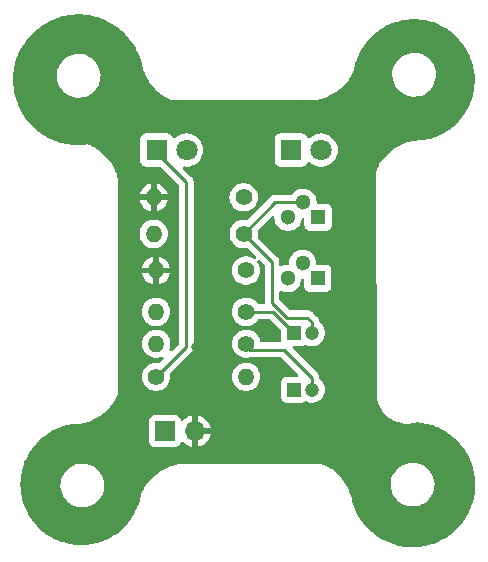
<source format=gbr>
%TF.GenerationSoftware,KiCad,Pcbnew,7.0.7*%
%TF.CreationDate,2023-10-16T17:51:31+02:00*%
%TF.ProjectId,bc546b-astable-multivibrator,62633534-3662-42d6-9173-7461626c652d,0*%
%TF.SameCoordinates,Original*%
%TF.FileFunction,Copper,L2,Bot*%
%TF.FilePolarity,Positive*%
%FSLAX46Y46*%
G04 Gerber Fmt 4.6, Leading zero omitted, Abs format (unit mm)*
G04 Created by KiCad (PCBNEW 7.0.7) date 2023-10-16 17:51:31*
%MOMM*%
%LPD*%
G01*
G04 APERTURE LIST*
%TA.AperFunction,ComponentPad*%
%ADD10R,1.200000X1.200000*%
%TD*%
%TA.AperFunction,ComponentPad*%
%ADD11C,1.200000*%
%TD*%
%TA.AperFunction,ComponentPad*%
%ADD12R,1.800000X1.800000*%
%TD*%
%TA.AperFunction,ComponentPad*%
%ADD13C,1.800000*%
%TD*%
%TA.AperFunction,ComponentPad*%
%ADD14C,1.400000*%
%TD*%
%TA.AperFunction,ComponentPad*%
%ADD15O,1.400000X1.400000*%
%TD*%
%TA.AperFunction,ComponentPad*%
%ADD16R,1.700000X1.700000*%
%TD*%
%TA.AperFunction,ComponentPad*%
%ADD17O,1.700000X1.700000*%
%TD*%
%TA.AperFunction,ComponentPad*%
%ADD18R,1.300000X1.300000*%
%TD*%
%TA.AperFunction,ComponentPad*%
%ADD19C,1.300000*%
%TD*%
%TA.AperFunction,ViaPad*%
%ADD20C,0.800000*%
%TD*%
%TA.AperFunction,Conductor*%
%ADD21C,0.250000*%
%TD*%
G04 APERTURE END LIST*
D10*
%TO.P,C2,1*%
%TO.N,Net-(BC546B2-C)*%
X101100000Y-73700000D03*
D11*
%TO.P,C2,2*%
%TO.N,/I2*%
X102600000Y-73700000D03*
%TD*%
D12*
%TO.P,D2,1,K*%
%TO.N,Net-(D2-K)*%
X89425000Y-58200000D03*
D13*
%TO.P,D2,2,A*%
%TO.N,+9V*%
X91965000Y-58200000D03*
%TD*%
D14*
%TO.P,R3,1*%
%TO.N,Net-(D2-K)*%
X89390000Y-77400000D03*
D15*
%TO.P,R3,2*%
%TO.N,Net-(BC546B1-C)*%
X97010000Y-77400000D03*
%TD*%
D12*
%TO.P,D1,1,K*%
%TO.N,Net-(D1-K)*%
X100825000Y-58200000D03*
D13*
%TO.P,D1,2,A*%
%TO.N,+9V*%
X103365000Y-58200000D03*
%TD*%
D16*
%TO.P,BT1,1,+*%
%TO.N,+9V*%
X90125000Y-82000000D03*
D17*
%TO.P,BT1,2,-*%
%TO.N,GND*%
X92665000Y-82000000D03*
%TD*%
D10*
%TO.P,C1,1*%
%TO.N,Net-(BC546B1-C)*%
X101077401Y-78500000D03*
D11*
%TO.P,C1,2*%
%TO.N,/I1*%
X102577401Y-78500000D03*
%TD*%
D14*
%TO.P,R1,1*%
%TO.N,/I1*%
X97020000Y-74600000D03*
D15*
%TO.P,R1,2*%
%TO.N,+9V*%
X89400000Y-74600000D03*
%TD*%
D14*
%TO.P,R4,1*%
%TO.N,Net-(BC546B2-C)*%
X97000000Y-71900000D03*
D15*
%TO.P,R4,2*%
%TO.N,Net-(D1-K)*%
X89380000Y-71900000D03*
%TD*%
D18*
%TO.P,BC546B1,1,C*%
%TO.N,Net-(BC546B1-C)*%
X103100000Y-63900000D03*
D19*
%TO.P,BC546B1,2,B*%
%TO.N,/I2*%
X101830000Y-62630000D03*
%TO.P,BC546B1,3,E*%
%TO.N,Net-(BC546B1-E)*%
X100560000Y-63900000D03*
%TD*%
D14*
%TO.P,R6,1*%
%TO.N,Net-(BC546B2-E)*%
X97000000Y-68400000D03*
D15*
%TO.P,R6,2*%
%TO.N,GND*%
X89380000Y-68400000D03*
%TD*%
D14*
%TO.P,R5,1*%
%TO.N,Net-(BC546B1-E)*%
X96800000Y-62200000D03*
D15*
%TO.P,R5,2*%
%TO.N,GND*%
X89180000Y-62200000D03*
%TD*%
D14*
%TO.P,R2,1*%
%TO.N,/I2*%
X96810000Y-65300000D03*
D15*
%TO.P,R2,2*%
%TO.N,+9V*%
X89190000Y-65300000D03*
%TD*%
D18*
%TO.P,BC546B2,1,C*%
%TO.N,Net-(BC546B2-C)*%
X103070000Y-69070000D03*
D19*
%TO.P,BC546B2,2,B*%
%TO.N,/I1*%
X101800000Y-67800000D03*
%TO.P,BC546B2,3,E*%
%TO.N,Net-(BC546B2-E)*%
X100530000Y-69070000D03*
%TD*%
D20*
%TO.N,GND*%
X90550000Y-66900000D03*
X93350000Y-79000000D03*
X93800000Y-68600000D03*
X87050000Y-65250000D03*
X100250000Y-65750000D03*
X97850000Y-58350000D03*
X97750000Y-70200000D03*
X106500000Y-56051386D03*
X92800000Y-74900000D03*
X87150000Y-55650000D03*
X93700000Y-62200000D03*
X103550000Y-82850000D03*
X97700000Y-81300000D03*
X94300000Y-58800000D03*
X86500000Y-82050000D03*
X105200000Y-70700000D03*
X102750000Y-60750000D03*
%TD*%
D21*
%TO.N,/I2*%
X99200000Y-67690000D02*
X96810000Y-65300000D01*
X102200000Y-72400000D02*
X100450000Y-72400000D01*
X96810000Y-65300000D02*
X99480000Y-62630000D01*
X102600000Y-72800000D02*
X102200000Y-72400000D01*
X99200000Y-71150000D02*
X99200000Y-67690000D01*
X102600000Y-73700000D02*
X102600000Y-72800000D01*
X99480000Y-62630000D02*
X101830000Y-62630000D01*
X100450000Y-72400000D02*
X99200000Y-71150000D01*
%TO.N,Net-(BC546B2-C)*%
X99300000Y-71900000D02*
X101100000Y-73700000D01*
X97000000Y-71900000D02*
X99300000Y-71900000D01*
%TO.N,/I1*%
X102577401Y-77477401D02*
X102577401Y-78500000D01*
X100200000Y-75100000D02*
X102577401Y-77477401D01*
X96820000Y-74600000D02*
X97320000Y-75100000D01*
X97320000Y-75100000D02*
X100200000Y-75100000D01*
%TO.N,Net-(D2-K)*%
X89425000Y-58200000D02*
X89425000Y-58425000D01*
X91950000Y-74840000D02*
X89390000Y-77400000D01*
X91950000Y-60950000D02*
X91950000Y-74840000D01*
X89425000Y-58425000D02*
X91950000Y-60950000D01*
%TD*%
%TA.AperFunction,Conductor*%
%TO.N,GND*%
G36*
X83084004Y-46726642D02*
G01*
X83087737Y-46726822D01*
X83297794Y-46743372D01*
X83550117Y-46768980D01*
X83553903Y-46769485D01*
X83760849Y-46803735D01*
X84010972Y-46850536D01*
X84014839Y-46851388D01*
X84216995Y-46902878D01*
X84463325Y-46970734D01*
X84467213Y-46971944D01*
X84662962Y-47040040D01*
X84903956Y-47128731D01*
X84907822Y-47130305D01*
X85095545Y-47214175D01*
X85329659Y-47323382D01*
X85333437Y-47325307D01*
X85439175Y-47383836D01*
X85511615Y-47423934D01*
X85737422Y-47553312D01*
X85741116Y-47555606D01*
X85908144Y-47667668D01*
X86124309Y-47816869D01*
X86127856Y-47819511D01*
X86262361Y-47927464D01*
X86282291Y-47943460D01*
X86487545Y-48112161D01*
X86490953Y-48115180D01*
X86631245Y-48248976D01*
X86786233Y-48399804D01*
X86824576Y-48437117D01*
X86827788Y-48440488D01*
X86881794Y-48501605D01*
X86952376Y-48581481D01*
X87132953Y-48789385D01*
X87135929Y-48793091D01*
X87239691Y-48932943D01*
X87243123Y-48937568D01*
X87276816Y-48983649D01*
X87410483Y-49166464D01*
X87413196Y-49170497D01*
X87500870Y-49312559D01*
X87504516Y-49318539D01*
X87655175Y-49565651D01*
X87657577Y-49569971D01*
X87722312Y-49698186D01*
X87865277Y-49984098D01*
X87867351Y-49988706D01*
X87900483Y-50071137D01*
X87911887Y-50099703D01*
X88038653Y-50417231D01*
X88040376Y-50422135D01*
X88174992Y-50863545D01*
X88184508Y-50900094D01*
X88185360Y-50903838D01*
X88213689Y-51048985D01*
X88213696Y-51049014D01*
X88281361Y-51282068D01*
X88298532Y-51351593D01*
X88305002Y-51363494D01*
X88319428Y-51413179D01*
X88429014Y-51693665D01*
X88442586Y-51731907D01*
X88445874Y-51736817D01*
X88457431Y-51766397D01*
X88626584Y-52105801D01*
X88769346Y-52337482D01*
X88825528Y-52428657D01*
X88975121Y-52628682D01*
X89012046Y-52678056D01*
X89052644Y-52732340D01*
X89103762Y-52789228D01*
X89306102Y-53014407D01*
X89306106Y-53014411D01*
X89306109Y-53014414D01*
X89583850Y-53272576D01*
X89583864Y-53272588D01*
X89800916Y-53440692D01*
X89883678Y-53504790D01*
X89910418Y-53521896D01*
X89913486Y-53525421D01*
X89949419Y-53546844D01*
X90179611Y-53694097D01*
X90203133Y-53709144D01*
X90203138Y-53709147D01*
X90249014Y-53732984D01*
X90256758Y-53740415D01*
X90324290Y-53772097D01*
X90539633Y-53883990D01*
X90539638Y-53883992D01*
X90680201Y-53941671D01*
X90680394Y-53941825D01*
X90723650Y-53959483D01*
X90740901Y-53955987D01*
X103021680Y-53946406D01*
X103036928Y-53950870D01*
X103048445Y-53948640D01*
X103060950Y-53947439D01*
X103072376Y-53943995D01*
X103246277Y-53910053D01*
X103480614Y-53842011D01*
X103549558Y-53824983D01*
X103561363Y-53818565D01*
X103610458Y-53804310D01*
X103846852Y-53711947D01*
X103892538Y-53694097D01*
X103929945Y-53680821D01*
X103934752Y-53677602D01*
X103963676Y-53666302D01*
X104303079Y-53497143D01*
X104625927Y-53298199D01*
X104929612Y-53071077D01*
X105211683Y-52817610D01*
X105469861Y-52539846D01*
X105702063Y-52240026D01*
X105718802Y-52213858D01*
X105722251Y-52210855D01*
X105743199Y-52175718D01*
X105906412Y-51920573D01*
X105922084Y-51890411D01*
X109390399Y-51890411D01*
X109420025Y-52159661D01*
X109420027Y-52159672D01*
X109488538Y-52421730D01*
X109488540Y-52421736D01*
X109594482Y-52671038D01*
X109648257Y-52759151D01*
X109735591Y-52902253D01*
X109735598Y-52902263D01*
X109908865Y-53110467D01*
X109908871Y-53110472D01*
X110033382Y-53222034D01*
X110110610Y-53291230D01*
X110336522Y-53440692D01*
X110581788Y-53555668D01*
X110581795Y-53555670D01*
X110581797Y-53555671D01*
X110841169Y-53633705D01*
X110841176Y-53633706D01*
X110841181Y-53633708D01*
X111109173Y-53673148D01*
X111109178Y-53673148D01*
X111312248Y-53673148D01*
X111363745Y-53669378D01*
X111514768Y-53658325D01*
X111627370Y-53633241D01*
X111779158Y-53599430D01*
X111779160Y-53599429D01*
X111779165Y-53599428D01*
X112032170Y-53502662D01*
X112268389Y-53370089D01*
X112482789Y-53204536D01*
X112670798Y-53009529D01*
X112828411Y-52789227D01*
X112936033Y-52579901D01*
X112952261Y-52548338D01*
X112952263Y-52548332D01*
X112952268Y-52548323D01*
X113039730Y-52291953D01*
X113088931Y-52025581D01*
X113098824Y-51754883D01*
X113069198Y-51485630D01*
X113000684Y-51223560D01*
X112894742Y-50974258D01*
X112753630Y-50743038D01*
X112700236Y-50678878D01*
X112580358Y-50534828D01*
X112580352Y-50534823D01*
X112378614Y-50354066D01*
X112152704Y-50204605D01*
X112095398Y-50177741D01*
X111907436Y-50089628D01*
X111907431Y-50089626D01*
X111907426Y-50089624D01*
X111648054Y-50011590D01*
X111648040Y-50011587D01*
X111532403Y-49994569D01*
X111380051Y-49972148D01*
X111176981Y-49972148D01*
X111176976Y-49972148D01*
X110974456Y-49986971D01*
X110974443Y-49986973D01*
X110710065Y-50045865D01*
X110710058Y-50045868D01*
X110457051Y-50142635D01*
X110220838Y-50275205D01*
X110220836Y-50275206D01*
X110220835Y-50275207D01*
X110158505Y-50323336D01*
X110006434Y-50440760D01*
X109818434Y-50635757D01*
X109818428Y-50635764D01*
X109660814Y-50856067D01*
X109660811Y-50856072D01*
X109536962Y-51096957D01*
X109536955Y-51096975D01*
X109449496Y-51353333D01*
X109449493Y-51353347D01*
X109400293Y-51619716D01*
X109400292Y-51619723D01*
X109390399Y-51890411D01*
X105922084Y-51890411D01*
X105929987Y-51875200D01*
X105937331Y-51867547D01*
X105968735Y-51800625D01*
X106081260Y-51584064D01*
X106139411Y-51442342D01*
X106149778Y-51429288D01*
X106150955Y-51422293D01*
X106158538Y-51395740D01*
X106162055Y-51387176D01*
X106160635Y-51374468D01*
X106161485Y-51370099D01*
X106244911Y-50979799D01*
X106246244Y-50974652D01*
X106269007Y-50900094D01*
X106349087Y-50637802D01*
X106374477Y-50555373D01*
X106376167Y-50550600D01*
X106489066Y-50269630D01*
X106540812Y-50142369D01*
X106542891Y-50137799D01*
X106669611Y-49886981D01*
X106742237Y-49745271D01*
X106744641Y-49741008D01*
X106886062Y-49512181D01*
X106977219Y-49367104D01*
X106979937Y-49363131D01*
X107135857Y-49153415D01*
X107139591Y-49148489D01*
X107244028Y-49010646D01*
X107246977Y-49007049D01*
X107416853Y-48815332D01*
X107540639Y-48678612D01*
X107543819Y-48675355D01*
X107726646Y-48501594D01*
X107864780Y-48373524D01*
X107868194Y-48370583D01*
X108063014Y-48214889D01*
X108214110Y-48097572D01*
X108217690Y-48094992D01*
X108423217Y-47957831D01*
X108586001Y-47852844D01*
X108589633Y-47850678D01*
X108804686Y-47732429D01*
X108977568Y-47641231D01*
X108981344Y-47639401D01*
X109204389Y-47540601D01*
X109385971Y-47464254D01*
X109389825Y-47462782D01*
X109619403Y-47383828D01*
X109808161Y-47323235D01*
X109811981Y-47322144D01*
X110046568Y-47263371D01*
X110240940Y-47219247D01*
X110244739Y-47218511D01*
X110482660Y-47180180D01*
X110681027Y-47153069D01*
X110684789Y-47152672D01*
X110924479Y-47134905D01*
X111125199Y-47125177D01*
X111128896Y-47125110D01*
X111368651Y-47127929D01*
X111570114Y-47135785D01*
X111573657Y-47136026D01*
X111811820Y-47159323D01*
X112012389Y-47184804D01*
X112015837Y-47185342D01*
X112250758Y-47228882D01*
X112448768Y-47271867D01*
X112452079Y-47272682D01*
X112682065Y-47336086D01*
X112875983Y-47396319D01*
X112879081Y-47397372D01*
X113102572Y-47480159D01*
X113290833Y-47557229D01*
X113293745Y-47558511D01*
X113509103Y-47660029D01*
X113690178Y-47753371D01*
X113692913Y-47754869D01*
X113898651Y-47874381D01*
X114071064Y-47983283D01*
X114073551Y-47984940D01*
X114268220Y-48121578D01*
X114289811Y-48138017D01*
X114430646Y-48245249D01*
X114432922Y-48247068D01*
X114615116Y-48399829D01*
X114766237Y-48537304D01*
X114768198Y-48539171D01*
X114936689Y-48707024D01*
X114962918Y-48735448D01*
X115076181Y-48858193D01*
X115230532Y-49040869D01*
X115356302Y-49203644D01*
X115493646Y-49397747D01*
X115495217Y-49400078D01*
X115605508Y-49571975D01*
X115725726Y-49777133D01*
X115727139Y-49779680D01*
X115821943Y-49960430D01*
X115924179Y-50175192D01*
X115925409Y-50177946D01*
X116003997Y-50366099D01*
X116087495Y-50588909D01*
X116088515Y-50591856D01*
X116150316Y-50785949D01*
X116214460Y-51015218D01*
X116215247Y-51018341D01*
X116259810Y-51216813D01*
X116304124Y-51450950D01*
X116304654Y-51454230D01*
X116331673Y-51655470D01*
X116355797Y-51892796D01*
X116356050Y-51896212D01*
X116365382Y-52098653D01*
X116369097Y-52337482D01*
X116369052Y-52341010D01*
X116360698Y-52543009D01*
X116343917Y-52781673D01*
X116343557Y-52785284D01*
X116317674Y-52985239D01*
X116280446Y-53222034D01*
X116279755Y-53225701D01*
X116236656Y-53422003D01*
X116179144Y-53655303D01*
X116178112Y-53658995D01*
X116118275Y-53850043D01*
X116040782Y-54078190D01*
X116039398Y-54081876D01*
X115963445Y-54266167D01*
X115866372Y-54487578D01*
X115864631Y-54491222D01*
X115773376Y-54667227D01*
X115657237Y-54880355D01*
X115655135Y-54883923D01*
X115549540Y-55050230D01*
X115414924Y-55253611D01*
X115412462Y-55257067D01*
X115293669Y-55412327D01*
X115141247Y-55604543D01*
X115138430Y-55607851D01*
X115007802Y-55750765D01*
X114838249Y-55930525D01*
X114835083Y-55933649D01*
X114694206Y-56063030D01*
X114508196Y-56229113D01*
X114504693Y-56232016D01*
X114355392Y-56346814D01*
X114153566Y-56498061D01*
X114149741Y-56500709D01*
X113994266Y-56599945D01*
X113776993Y-56735367D01*
X113772865Y-56737726D01*
X113614062Y-56820539D01*
X113381313Y-56939240D01*
X113376904Y-56941275D01*
X113218597Y-57006960D01*
X112969465Y-57108164D01*
X112964800Y-57109845D01*
X112812979Y-57157791D01*
X112544568Y-57240855D01*
X112539677Y-57242153D01*
X112405497Y-57271947D01*
X112109748Y-57336335D01*
X112104662Y-57337222D01*
X112019091Y-57348506D01*
X111669911Y-57393668D01*
X111664613Y-57394123D01*
X111270096Y-57411047D01*
X111257260Y-57407868D01*
X111236537Y-57411269D01*
X111216461Y-57412905D01*
X111202730Y-57412905D01*
X111192863Y-57418292D01*
X111186577Y-57419490D01*
X111035839Y-57444206D01*
X110796978Y-57506482D01*
X110727176Y-57521605D01*
X110714762Y-57527917D01*
X110661911Y-57541697D01*
X110661909Y-57541697D01*
X110373946Y-57646056D01*
X110335820Y-57658490D01*
X110330736Y-57661716D01*
X110298595Y-57673364D01*
X109949014Y-57838077D01*
X109781162Y-57937095D01*
X109616168Y-58034426D01*
X109616162Y-58034430D01*
X109616161Y-58034430D01*
X109302918Y-58260720D01*
X109011948Y-58515017D01*
X108745740Y-58795156D01*
X108506593Y-59098713D01*
X108488005Y-59127420D01*
X108484388Y-59130531D01*
X108462993Y-59166048D01*
X108296562Y-59423077D01*
X108271241Y-59471479D01*
X108263573Y-59479424D01*
X108231813Y-59546848D01*
X108117422Y-59765512D01*
X108058362Y-59909408D01*
X108058206Y-59909601D01*
X108044141Y-59944058D01*
X108040919Y-59951909D01*
X108040844Y-59952077D01*
X108040840Y-59952102D01*
X108040580Y-59952734D01*
X108044071Y-59969967D01*
X108076596Y-78948354D01*
X108074031Y-78957143D01*
X108076549Y-78992919D01*
X108076698Y-78996490D01*
X108076698Y-78996525D01*
X108076948Y-78998407D01*
X108087530Y-79141353D01*
X108120414Y-79314106D01*
X108120945Y-79317365D01*
X108131476Y-79395002D01*
X108139304Y-79413345D01*
X108142518Y-79430226D01*
X108142519Y-79430230D01*
X108151200Y-79458069D01*
X108202766Y-79623434D01*
X108203547Y-79626156D01*
X108220744Y-79691692D01*
X108228020Y-79704416D01*
X108230062Y-79710965D01*
X108325798Y-79927403D01*
X108344999Y-79975701D01*
X108346221Y-79977357D01*
X108347406Y-79976751D01*
X108349018Y-79979898D01*
X108491280Y-80222350D01*
X108496814Y-80232476D01*
X108497641Y-80233265D01*
X108550782Y-80303927D01*
X108674587Y-80468552D01*
X108677935Y-80472082D01*
X108680294Y-80474937D01*
X108681518Y-80475859D01*
X108865061Y-80669364D01*
X108876961Y-80681910D01*
X108890138Y-80692956D01*
X108891872Y-80694612D01*
X108892670Y-80695079D01*
X108988722Y-80775594D01*
X109102322Y-80870820D01*
X109127203Y-80887244D01*
X109127863Y-80887741D01*
X109128136Y-80887861D01*
X109321926Y-81015786D01*
X109322055Y-81015938D01*
X109322856Y-81016400D01*
X109347739Y-81032826D01*
X109591733Y-81156546D01*
X109592185Y-81156972D01*
X109594673Y-81158037D01*
X109610016Y-81165817D01*
X109876288Y-81264558D01*
X109877113Y-81265173D01*
X109881161Y-81266366D01*
X109885728Y-81268059D01*
X109885730Y-81268059D01*
X109885737Y-81268062D01*
X110171311Y-81338228D01*
X110171322Y-81338229D01*
X110171630Y-81338305D01*
X110172349Y-81338723D01*
X110184108Y-81339858D01*
X110421839Y-81370155D01*
X110463019Y-81375403D01*
X110466552Y-81375650D01*
X110466422Y-81377500D01*
X110520368Y-81376124D01*
X110748401Y-81378993D01*
X110757061Y-81379102D01*
X110757061Y-81379101D01*
X110757063Y-81379102D01*
X110763877Y-81378407D01*
X110775391Y-81380549D01*
X110845460Y-81370155D01*
X110848255Y-81369804D01*
X111049615Y-81349276D01*
X111066381Y-81345601D01*
X111082260Y-81346711D01*
X111161855Y-81324764D01*
X111165043Y-81323975D01*
X111336863Y-81286315D01*
X111449492Y-81247738D01*
X111503552Y-81241829D01*
X111925562Y-81289392D01*
X111930795Y-81290210D01*
X112273268Y-81358976D01*
X112375142Y-81379706D01*
X112380147Y-81380944D01*
X112671626Y-81466052D01*
X112708310Y-81476934D01*
X112816399Y-81508999D01*
X112821164Y-81510627D01*
X113085523Y-81613167D01*
X113196510Y-81656987D01*
X113244747Y-81676032D01*
X113249282Y-81678034D01*
X113493968Y-81798031D01*
X113657032Y-81879570D01*
X113661235Y-81881881D01*
X113888853Y-82018903D01*
X114050053Y-82118031D01*
X114053994Y-82120668D01*
X114265096Y-82273876D01*
X114420968Y-82389681D01*
X114424545Y-82392552D01*
X114619120Y-82561062D01*
X114766893Y-82692411D01*
X114770147Y-82695523D01*
X114898991Y-82828096D01*
X114947699Y-82878214D01*
X115085281Y-83023979D01*
X115088190Y-83027290D01*
X115159696Y-83114779D01*
X115248103Y-83222948D01*
X115373730Y-83381883D01*
X115376287Y-83385360D01*
X115517918Y-83592704D01*
X115630055Y-83763405D01*
X115632245Y-83766999D01*
X115754933Y-83984620D01*
X115852356Y-84165706D01*
X115854179Y-84169381D01*
X115957286Y-84395741D01*
X116038944Y-84585730D01*
X116040403Y-84589450D01*
X116123413Y-84823006D01*
X116127209Y-84834528D01*
X116188427Y-85020327D01*
X116189528Y-85024056D01*
X116252009Y-85263193D01*
X116299686Y-85466227D01*
X116300438Y-85469934D01*
X116342061Y-85712946D01*
X116371883Y-85920082D01*
X116372299Y-85923734D01*
X116392869Y-86168911D01*
X116404479Y-86378452D01*
X116404574Y-86382021D01*
X116404027Y-86627663D01*
X116397232Y-86837915D01*
X116397024Y-86841372D01*
X116375426Y-87085730D01*
X116350204Y-87294986D01*
X116349713Y-87298307D01*
X116307270Y-87539647D01*
X116263749Y-87746264D01*
X116262996Y-87749425D01*
X116200053Y-87986024D01*
X116138532Y-88188301D01*
X116137542Y-88191284D01*
X116054570Y-88421484D01*
X115975490Y-88617820D01*
X115974288Y-88620608D01*
X115871914Y-88842732D01*
X115775857Y-89031581D01*
X115774467Y-89034161D01*
X115653441Y-89246622D01*
X115541147Y-89426456D01*
X115539598Y-89428816D01*
X115400780Y-89630112D01*
X115336362Y-89715587D01*
X115272307Y-89800579D01*
X115115837Y-89990296D01*
X114972926Y-90148871D01*
X114801741Y-90323448D01*
X114799719Y-90325418D01*
X114644531Y-90469895D01*
X114458991Y-90629138D01*
X114456723Y-90630994D01*
X114289604Y-90761238D01*
X114091018Y-90904016D01*
X114088510Y-90905728D01*
X113910797Y-91020736D01*
X113700622Y-91145984D01*
X113697882Y-91147524D01*
X113510998Y-91246422D01*
X113290672Y-91353257D01*
X113287711Y-91354598D01*
X113093205Y-91436622D01*
X112864326Y-91524229D01*
X112861160Y-91525344D01*
X112715909Y-91572102D01*
X112660528Y-91589929D01*
X112424756Y-91657632D01*
X112421402Y-91658495D01*
X112216282Y-91705179D01*
X111975235Y-91752464D01*
X111971714Y-91753050D01*
X111763806Y-91781529D01*
X111519183Y-91807997D01*
X111515518Y-91808284D01*
X111306491Y-91818427D01*
X111243205Y-91819809D01*
X111060000Y-91823812D01*
X111056226Y-91823780D01*
X110847809Y-91815614D01*
X110770838Y-91810675D01*
X110601161Y-91799787D01*
X110597299Y-91799417D01*
X110391203Y-91773141D01*
X110146121Y-91736098D01*
X110142195Y-91735374D01*
X110099643Y-91726106D01*
X109940135Y-91691364D01*
X109698265Y-91633213D01*
X109694311Y-91632123D01*
X109498019Y-91570950D01*
X109261012Y-91491916D01*
X109257066Y-91490450D01*
X109068167Y-91412857D01*
X108837618Y-91313256D01*
X108833718Y-91311407D01*
X108680169Y-91231975D01*
X108653828Y-91218348D01*
X108431302Y-91098588D01*
X108427485Y-91096355D01*
X108258206Y-90989031D01*
X108197661Y-90949394D01*
X108045049Y-90849482D01*
X108041386Y-90846887D01*
X107884295Y-90726796D01*
X107681873Y-90567877D01*
X107678348Y-90564890D01*
X107597763Y-90491258D01*
X107534977Y-90433889D01*
X107380138Y-90289204D01*
X107344421Y-90255829D01*
X107341091Y-90252469D01*
X107245961Y-90148871D01*
X107213056Y-90113037D01*
X107035249Y-89915687D01*
X107032157Y-89911972D01*
X107022197Y-89899010D01*
X106921138Y-89767486D01*
X106756727Y-89550054D01*
X106753899Y-89545986D01*
X106661925Y-89401704D01*
X106653731Y-89388678D01*
X106510890Y-89161599D01*
X106508408Y-89157270D01*
X106438716Y-89023359D01*
X106299648Y-88753318D01*
X106297502Y-88748687D01*
X106270740Y-88683989D01*
X106257733Y-88652542D01*
X106125077Y-88329491D01*
X106123267Y-88324480D01*
X106072444Y-88162315D01*
X105988933Y-87895851D01*
X105987247Y-87889196D01*
X105951591Y-87706520D01*
X105951590Y-87706517D01*
X105951587Y-87706501D01*
X105883609Y-87472386D01*
X105866558Y-87403350D01*
X105860128Y-87391519D01*
X105855207Y-87374571D01*
X105845843Y-87342322D01*
X105735733Y-87060506D01*
X105722412Y-87022970D01*
X105719178Y-87018136D01*
X105719073Y-87017868D01*
X105707835Y-86989104D01*
X105538676Y-86649702D01*
X105538675Y-86649701D01*
X105538673Y-86649696D01*
X105504317Y-86593944D01*
X109254728Y-86593944D01*
X109284354Y-86863194D01*
X109284356Y-86863205D01*
X109342532Y-87085730D01*
X109352869Y-87125269D01*
X109458811Y-87374571D01*
X109599920Y-87605786D01*
X109599927Y-87605796D01*
X109773194Y-87814000D01*
X109773200Y-87814005D01*
X109861671Y-87893275D01*
X109974939Y-87994763D01*
X110200851Y-88144225D01*
X110446117Y-88259201D01*
X110446124Y-88259203D01*
X110446126Y-88259204D01*
X110705498Y-88337238D01*
X110705505Y-88337239D01*
X110705510Y-88337241D01*
X110973502Y-88376681D01*
X110973507Y-88376681D01*
X111176577Y-88376681D01*
X111228074Y-88372911D01*
X111379097Y-88361858D01*
X111535445Y-88327030D01*
X111643487Y-88302963D01*
X111643489Y-88302962D01*
X111643494Y-88302961D01*
X111896499Y-88206195D01*
X112132718Y-88073622D01*
X112347118Y-87908069D01*
X112535127Y-87713062D01*
X112692740Y-87492760D01*
X112770086Y-87342321D01*
X112816590Y-87251871D01*
X112816592Y-87251865D01*
X112816597Y-87251856D01*
X112904059Y-86995486D01*
X112953260Y-86729114D01*
X112963153Y-86458416D01*
X112933527Y-86189163D01*
X112865013Y-85927093D01*
X112759071Y-85677791D01*
X112617959Y-85446571D01*
X112556648Y-85372898D01*
X112444687Y-85238361D01*
X112444681Y-85238356D01*
X112242943Y-85057599D01*
X112017033Y-84908138D01*
X112017031Y-84908137D01*
X111771765Y-84793161D01*
X111771760Y-84793159D01*
X111771755Y-84793157D01*
X111512383Y-84715123D01*
X111512369Y-84715120D01*
X111396732Y-84698102D01*
X111244380Y-84675681D01*
X111041310Y-84675681D01*
X111041305Y-84675681D01*
X110838785Y-84690504D01*
X110838772Y-84690506D01*
X110574394Y-84749398D01*
X110574387Y-84749401D01*
X110321380Y-84846168D01*
X110085167Y-84978738D01*
X110085165Y-84978739D01*
X110085164Y-84978740D01*
X110037699Y-85015391D01*
X109870763Y-85144293D01*
X109682763Y-85339290D01*
X109682757Y-85339297D01*
X109525143Y-85559600D01*
X109525140Y-85559605D01*
X109401291Y-85800490D01*
X109401284Y-85800508D01*
X109313825Y-86056866D01*
X109313822Y-86056880D01*
X109299758Y-86133025D01*
X109275323Y-86265316D01*
X109264622Y-86323249D01*
X109264621Y-86323256D01*
X109254728Y-86593944D01*
X105504317Y-86593944D01*
X105439523Y-86488796D01*
X105339733Y-86326855D01*
X105112611Y-86023170D01*
X105094708Y-86003247D01*
X104859144Y-85741097D01*
X104581391Y-85482926D01*
X104581383Y-85482920D01*
X104281569Y-85250721D01*
X104281568Y-85250720D01*
X104281565Y-85250718D01*
X104255301Y-85233917D01*
X104252287Y-85230454D01*
X104216967Y-85209395D01*
X103962113Y-85046367D01*
X103939471Y-85034602D01*
X103916663Y-85022751D01*
X103908993Y-85015391D01*
X103841942Y-84983926D01*
X103625611Y-84871520D01*
X103625608Y-84871519D01*
X103544406Y-84838198D01*
X103543890Y-84837785D01*
X103450189Y-84799537D01*
X103450190Y-84799537D01*
X103449727Y-84799348D01*
X103449726Y-84799348D01*
X103442614Y-84796445D01*
X103442578Y-84796429D01*
X103441781Y-84796104D01*
X103424664Y-84799548D01*
X91251587Y-84823275D01*
X91236038Y-84818742D01*
X91230061Y-84819909D01*
X91229059Y-84819815D01*
X91224961Y-84820828D01*
X91221973Y-84821488D01*
X91026525Y-84859644D01*
X90791316Y-84927946D01*
X90722766Y-84944879D01*
X90711023Y-84951263D01*
X90662348Y-84965397D01*
X90379161Y-85076052D01*
X90342341Y-85089120D01*
X90337613Y-85092286D01*
X90309143Y-85103410D01*
X89969720Y-85272589D01*
X89646889Y-85471531D01*
X89343207Y-85698655D01*
X89343196Y-85698664D01*
X89061131Y-85952129D01*
X89061129Y-85952132D01*
X88802964Y-86229883D01*
X88802951Y-86229898D01*
X88570761Y-86529700D01*
X88554279Y-86555465D01*
X88550884Y-86558418D01*
X88530239Y-86593043D01*
X88366411Y-86849145D01*
X88366406Y-86849152D01*
X88366403Y-86849159D01*
X88359108Y-86863199D01*
X88343017Y-86894166D01*
X88335733Y-86901755D01*
X88304502Y-86968288D01*
X88191552Y-87185661D01*
X88191549Y-87185666D01*
X88133365Y-87327459D01*
X88123127Y-87340367D01*
X88121819Y-87347958D01*
X88114523Y-87373514D01*
X88110774Y-87382752D01*
X88112206Y-87394958D01*
X88111228Y-87400049D01*
X88027738Y-87790535D01*
X88026402Y-87795690D01*
X87923478Y-88132573D01*
X87897914Y-88215512D01*
X87896186Y-88220387D01*
X87783173Y-88501388D01*
X87731195Y-88629101D01*
X87729094Y-88633714D01*
X87602247Y-88884511D01*
X87529304Y-89026682D01*
X87526862Y-89031006D01*
X87385283Y-89259802D01*
X87293771Y-89405259D01*
X87291022Y-89409271D01*
X87134881Y-89618986D01*
X87026350Y-89762022D01*
X87023328Y-89765702D01*
X86853245Y-89957343D01*
X86729060Y-90094276D01*
X86725803Y-90097607D01*
X86542652Y-90271355D01*
X86404137Y-90399534D01*
X86400681Y-90402504D01*
X86205514Y-90558139D01*
X86054024Y-90675503D01*
X86050407Y-90678103D01*
X85844461Y-90815194D01*
X85681339Y-90920123D01*
X85677599Y-90922347D01*
X85462234Y-91040404D01*
X85288884Y-91131555D01*
X85285057Y-91133402D01*
X85061672Y-91231975D01*
X84879627Y-91308206D01*
X84875751Y-91309678D01*
X84645814Y-91388359D01*
X84456635Y-91448759D01*
X84452744Y-91449863D01*
X84217848Y-91508298D01*
X84023076Y-91552164D01*
X84019204Y-91552907D01*
X83780962Y-91590853D01*
X83582211Y-91617647D01*
X83578392Y-91618042D01*
X83338440Y-91635366D01*
X83137344Y-91644719D01*
X83133607Y-91644780D01*
X82893618Y-91641468D01*
X82691835Y-91633181D01*
X82688209Y-91632925D01*
X82449851Y-91609089D01*
X82248992Y-91583120D01*
X82245504Y-91582568D01*
X82010473Y-91538453D01*
X81812201Y-91494927D01*
X81808873Y-91494100D01*
X81578756Y-91430063D01*
X81384679Y-91369258D01*
X81381532Y-91368178D01*
X81158004Y-91284733D01*
X80969663Y-91207063D01*
X80966714Y-91205756D01*
X80751346Y-91103532D01*
X80629690Y-91040404D01*
X80570249Y-91009559D01*
X80567532Y-91008061D01*
X80361844Y-90887812D01*
X80189472Y-90778252D01*
X80186963Y-90776570D01*
X79992435Y-90639187D01*
X79830127Y-90514846D01*
X79827862Y-90513024D01*
X79645902Y-90359520D01*
X79494978Y-90221370D01*
X79492945Y-90219422D01*
X79324818Y-90050876D01*
X79185582Y-89899010D01*
X79035178Y-89719818D01*
X79031624Y-89715583D01*
X78906207Y-89552141D01*
X78843901Y-89463450D01*
X78769325Y-89357292D01*
X78767784Y-89354988D01*
X78707176Y-89259802D01*
X78657916Y-89182438D01*
X78538255Y-88976576D01*
X78536848Y-88974019D01*
X78442537Y-88792628D01*
X78424014Y-88753350D01*
X78340961Y-88577234D01*
X78339740Y-88574472D01*
X78261722Y-88385716D01*
X78223425Y-88282342D01*
X78178948Y-88162285D01*
X78177949Y-88159360D01*
X78150159Y-88070911D01*
X78116796Y-87964725D01*
X78053441Y-87734834D01*
X78052696Y-87731830D01*
X78008837Y-87532803D01*
X77965404Y-87298175D01*
X77964896Y-87294951D01*
X77938650Y-87093220D01*
X77915478Y-86855492D01*
X77915241Y-86852108D01*
X77907619Y-86670093D01*
X81292000Y-86670093D01*
X81321626Y-86939343D01*
X81321628Y-86939354D01*
X81390139Y-87201412D01*
X81390141Y-87201418D01*
X81496083Y-87450720D01*
X81541225Y-87524687D01*
X81637192Y-87681935D01*
X81637199Y-87681945D01*
X81810466Y-87890149D01*
X81810472Y-87890154D01*
X81893654Y-87964685D01*
X82012211Y-88070912D01*
X82238123Y-88220374D01*
X82483389Y-88335350D01*
X82483396Y-88335352D01*
X82483398Y-88335353D01*
X82742770Y-88413387D01*
X82742777Y-88413388D01*
X82742782Y-88413390D01*
X83010774Y-88452830D01*
X83010779Y-88452830D01*
X83213849Y-88452830D01*
X83265346Y-88449060D01*
X83416369Y-88438007D01*
X83528971Y-88412923D01*
X83680759Y-88379112D01*
X83680761Y-88379111D01*
X83680766Y-88379110D01*
X83933771Y-88282344D01*
X84169990Y-88149771D01*
X84384390Y-87984218D01*
X84572399Y-87789211D01*
X84730012Y-87568909D01*
X84819446Y-87394958D01*
X84853862Y-87328020D01*
X84853864Y-87328014D01*
X84853869Y-87328005D01*
X84941331Y-87071635D01*
X84990532Y-86805263D01*
X85000425Y-86534565D01*
X84970799Y-86265312D01*
X84902285Y-86003242D01*
X84796343Y-85753940D01*
X84655231Y-85522720D01*
X84622114Y-85482926D01*
X84481959Y-85314510D01*
X84481953Y-85314505D01*
X84280215Y-85133748D01*
X84054305Y-84984287D01*
X84042468Y-84978738D01*
X83809037Y-84869310D01*
X83809032Y-84869308D01*
X83809027Y-84869306D01*
X83549655Y-84791272D01*
X83549641Y-84791269D01*
X83434004Y-84774251D01*
X83281652Y-84751830D01*
X83078582Y-84751830D01*
X83078577Y-84751830D01*
X82876057Y-84766653D01*
X82876044Y-84766655D01*
X82611666Y-84825547D01*
X82611659Y-84825550D01*
X82358652Y-84922317D01*
X82122439Y-85054887D01*
X82122437Y-85054888D01*
X82122436Y-85054889D01*
X82074005Y-85092286D01*
X81908035Y-85220442D01*
X81720035Y-85415439D01*
X81720029Y-85415446D01*
X81562415Y-85635749D01*
X81562412Y-85635754D01*
X81438563Y-85876639D01*
X81438556Y-85876657D01*
X81351097Y-86133015D01*
X81351094Y-86133029D01*
X81333203Y-86229889D01*
X81305104Y-86382021D01*
X81301894Y-86399398D01*
X81301893Y-86399405D01*
X81292000Y-86670093D01*
X77907619Y-86670093D01*
X77906748Y-86649282D01*
X77904045Y-86410107D01*
X77904106Y-86406602D01*
X77904435Y-86399398D01*
X77913353Y-86204279D01*
X77931200Y-85965399D01*
X77931574Y-85961815D01*
X77936226Y-85927098D01*
X77958399Y-85761611D01*
X77996746Y-85524661D01*
X77997440Y-85521065D01*
X78041520Y-85324604D01*
X78100197Y-85091227D01*
X78101207Y-85087675D01*
X78162072Y-84896509D01*
X78240765Y-84668397D01*
X78242128Y-84664817D01*
X78319117Y-84480549D01*
X78417416Y-84259279D01*
X78419141Y-84255715D01*
X78511432Y-84079857D01*
X78628817Y-83866980D01*
X78630895Y-83863493D01*
X78737519Y-83697441D01*
X78873392Y-83494426D01*
X78875819Y-83491056D01*
X78995623Y-83336159D01*
X79149295Y-83144438D01*
X79152079Y-83141204D01*
X79283715Y-82998726D01*
X79323036Y-82957483D01*
X79379871Y-82897870D01*
X88774500Y-82897870D01*
X88774501Y-82897876D01*
X88780908Y-82957483D01*
X88831202Y-83092328D01*
X88831206Y-83092335D01*
X88917452Y-83207544D01*
X88917455Y-83207547D01*
X89032664Y-83293793D01*
X89032671Y-83293797D01*
X89167517Y-83344091D01*
X89167516Y-83344091D01*
X89174444Y-83344835D01*
X89227127Y-83350500D01*
X91022872Y-83350499D01*
X91082483Y-83344091D01*
X91217331Y-83293796D01*
X91332546Y-83207546D01*
X91418796Y-83092331D01*
X91468002Y-82960401D01*
X91509872Y-82904468D01*
X91575337Y-82880050D01*
X91643610Y-82894901D01*
X91671865Y-82916053D01*
X91793917Y-83038105D01*
X91987421Y-83173600D01*
X92201507Y-83273429D01*
X92201516Y-83273433D01*
X92415000Y-83330634D01*
X92415000Y-82612301D01*
X92434685Y-82545262D01*
X92487489Y-82499507D01*
X92556647Y-82489563D01*
X92629237Y-82500000D01*
X92629238Y-82500000D01*
X92700762Y-82500000D01*
X92700763Y-82500000D01*
X92773353Y-82489563D01*
X92842512Y-82499507D01*
X92895315Y-82545262D01*
X92915000Y-82612301D01*
X92915000Y-83330633D01*
X93128483Y-83273433D01*
X93128492Y-83273429D01*
X93342578Y-83173600D01*
X93536082Y-83038105D01*
X93703105Y-82871082D01*
X93838600Y-82677578D01*
X93938429Y-82463492D01*
X93938432Y-82463486D01*
X93995636Y-82250000D01*
X93278347Y-82250000D01*
X93211308Y-82230315D01*
X93165553Y-82177511D01*
X93155609Y-82108353D01*
X93159369Y-82091067D01*
X93165000Y-82071888D01*
X93165000Y-81928111D01*
X93159369Y-81908933D01*
X93159370Y-81839064D01*
X93197145Y-81780286D01*
X93260701Y-81751262D01*
X93278347Y-81750000D01*
X93995636Y-81750000D01*
X93995635Y-81749999D01*
X93938432Y-81536513D01*
X93938429Y-81536507D01*
X93838600Y-81322422D01*
X93838599Y-81322420D01*
X93703113Y-81128926D01*
X93703108Y-81128920D01*
X93536082Y-80961894D01*
X93342578Y-80826399D01*
X93128492Y-80726570D01*
X93128486Y-80726567D01*
X92915000Y-80669364D01*
X92915000Y-81387698D01*
X92895315Y-81454737D01*
X92842511Y-81500492D01*
X92773355Y-81510436D01*
X92700766Y-81500000D01*
X92700763Y-81500000D01*
X92629237Y-81500000D01*
X92629233Y-81500000D01*
X92556645Y-81510436D01*
X92487487Y-81500492D01*
X92434684Y-81454736D01*
X92415000Y-81387698D01*
X92415000Y-80669364D01*
X92414999Y-80669364D01*
X92201513Y-80726567D01*
X92201507Y-80726570D01*
X91987422Y-80826399D01*
X91987420Y-80826400D01*
X91793926Y-80961886D01*
X91671865Y-81083947D01*
X91610542Y-81117431D01*
X91540850Y-81112447D01*
X91484917Y-81070575D01*
X91468002Y-81039598D01*
X91459177Y-81015938D01*
X91439018Y-80961886D01*
X91418797Y-80907671D01*
X91418793Y-80907664D01*
X91332547Y-80792455D01*
X91332544Y-80792452D01*
X91217335Y-80706206D01*
X91217328Y-80706202D01*
X91082482Y-80655908D01*
X91082483Y-80655908D01*
X91022883Y-80649501D01*
X91022881Y-80649500D01*
X91022873Y-80649500D01*
X91022864Y-80649500D01*
X89227129Y-80649500D01*
X89227123Y-80649501D01*
X89167516Y-80655908D01*
X89032671Y-80706202D01*
X89032664Y-80706206D01*
X88917455Y-80792452D01*
X88917452Y-80792455D01*
X88831206Y-80907664D01*
X88831202Y-80907671D01*
X88780908Y-81042517D01*
X88774501Y-81102116D01*
X88774500Y-81102135D01*
X88774500Y-82897870D01*
X79379871Y-82897870D01*
X79454489Y-82819605D01*
X79457594Y-82816574D01*
X79599467Y-82687704D01*
X79786626Y-82522432D01*
X79790098Y-82519587D01*
X79940334Y-82405403D01*
X80143275Y-82255091D01*
X80147050Y-82252509D01*
X80303403Y-82153967D01*
X80521745Y-82019611D01*
X80525836Y-82017305D01*
X80685480Y-81935238D01*
X80699659Y-81928111D01*
X80919204Y-81817758D01*
X80923528Y-81815793D01*
X81082549Y-81750925D01*
X81332632Y-81651072D01*
X81337246Y-81649441D01*
X81489664Y-81602327D01*
X81758942Y-81520792D01*
X81763787Y-81519539D01*
X81898563Y-81490492D01*
X82194960Y-81427894D01*
X82200012Y-81427045D01*
X82286065Y-81416254D01*
X82635791Y-81373279D01*
X82641076Y-81372859D01*
X83039088Y-81358366D01*
X83053618Y-81362064D01*
X83067633Y-81359306D01*
X83092400Y-81356975D01*
X83102196Y-81357039D01*
X83115266Y-81349959D01*
X83117298Y-81349542D01*
X83205850Y-81332157D01*
X83264730Y-81320598D01*
X83264731Y-81320597D01*
X83264739Y-81320596D01*
X83497342Y-81252792D01*
X83566337Y-81235672D01*
X83578140Y-81229239D01*
X83626319Y-81215196D01*
X83906300Y-81105498D01*
X83943975Y-81092087D01*
X83948812Y-81088842D01*
X83976992Y-81077801D01*
X84313933Y-80909516D01*
X84634427Y-80711698D01*
X84935894Y-80485940D01*
X85215904Y-80234060D01*
X85472202Y-79958088D01*
X85702722Y-79660247D01*
X85719027Y-79634745D01*
X85722501Y-79631721D01*
X85743638Y-79596255D01*
X85905609Y-79342937D01*
X85928735Y-79298419D01*
X85936089Y-79290753D01*
X85967542Y-79223711D01*
X86079227Y-79008713D01*
X86150657Y-78834608D01*
X86150743Y-78834402D01*
X86154271Y-78825950D01*
X86150805Y-78808595D01*
X86152040Y-78296917D01*
X86167479Y-71900000D01*
X88174357Y-71900000D01*
X88194884Y-72121535D01*
X88194885Y-72121537D01*
X88255769Y-72335523D01*
X88255775Y-72335538D01*
X88354938Y-72534683D01*
X88354943Y-72534691D01*
X88489020Y-72712238D01*
X88653437Y-72862123D01*
X88653439Y-72862125D01*
X88842595Y-72979245D01*
X88842596Y-72979245D01*
X88842599Y-72979247D01*
X89050060Y-73059618D01*
X89268757Y-73100500D01*
X89268759Y-73100500D01*
X89491241Y-73100500D01*
X89491243Y-73100500D01*
X89709940Y-73059618D01*
X89917401Y-72979247D01*
X90106562Y-72862124D01*
X90270981Y-72712236D01*
X90405058Y-72534689D01*
X90504229Y-72335528D01*
X90565115Y-72121536D01*
X90585643Y-71900000D01*
X90584710Y-71889936D01*
X90565115Y-71678464D01*
X90565114Y-71678462D01*
X90504230Y-71464476D01*
X90504229Y-71464472D01*
X90409634Y-71274500D01*
X90405061Y-71265316D01*
X90405056Y-71265308D01*
X90270979Y-71087761D01*
X90106562Y-70937876D01*
X90106560Y-70937874D01*
X89917404Y-70820754D01*
X89917398Y-70820752D01*
X89709940Y-70740382D01*
X89491243Y-70699500D01*
X89268757Y-70699500D01*
X89050060Y-70740382D01*
X88918864Y-70791207D01*
X88842601Y-70820752D01*
X88842595Y-70820754D01*
X88653439Y-70937874D01*
X88653437Y-70937876D01*
X88489020Y-71087761D01*
X88354943Y-71265308D01*
X88354938Y-71265316D01*
X88255775Y-71464461D01*
X88255769Y-71464476D01*
X88194885Y-71678462D01*
X88194884Y-71678464D01*
X88174357Y-71899999D01*
X88174357Y-71900000D01*
X86167479Y-71900000D01*
X86175323Y-68650000D01*
X88203505Y-68650000D01*
X88256239Y-68835349D01*
X88355368Y-69034425D01*
X88489391Y-69211900D01*
X88653738Y-69361721D01*
X88842820Y-69478797D01*
X88842822Y-69478798D01*
X89050195Y-69559135D01*
X89130000Y-69574052D01*
X89130000Y-68857898D01*
X89149685Y-68790859D01*
X89202489Y-68745104D01*
X89271647Y-68735160D01*
X89294259Y-68740615D01*
X89321595Y-68750000D01*
X89409004Y-68750000D01*
X89409005Y-68750000D01*
X89485590Y-68737220D01*
X89554955Y-68745602D01*
X89608777Y-68790155D01*
X89629968Y-68856733D01*
X89630000Y-68859529D01*
X89630000Y-69574052D01*
X89709804Y-69559135D01*
X89917177Y-69478798D01*
X89917179Y-69478797D01*
X90106261Y-69361721D01*
X90270608Y-69211900D01*
X90404631Y-69034425D01*
X90503760Y-68835349D01*
X90556495Y-68650000D01*
X89842047Y-68650000D01*
X89775008Y-68630315D01*
X89729253Y-68577511D01*
X89719309Y-68508353D01*
X89721842Y-68495557D01*
X89723979Y-68487114D01*
X89723982Y-68487108D01*
X89733628Y-68370698D01*
X89716849Y-68304438D01*
X89719475Y-68234619D01*
X89759431Y-68177302D01*
X89824032Y-68150686D01*
X89837055Y-68150000D01*
X90556495Y-68150000D01*
X90503760Y-67964650D01*
X90404631Y-67765574D01*
X90270608Y-67588099D01*
X90106261Y-67438278D01*
X89917179Y-67321202D01*
X89917177Y-67321201D01*
X89709799Y-67240864D01*
X89630000Y-67225946D01*
X89630000Y-67942101D01*
X89610315Y-68009140D01*
X89557511Y-68054895D01*
X89488353Y-68064839D01*
X89465738Y-68059383D01*
X89438406Y-68050000D01*
X89438405Y-68050000D01*
X89350995Y-68050000D01*
X89350994Y-68050000D01*
X89274408Y-68062779D01*
X89205043Y-68054396D01*
X89151222Y-68009843D01*
X89130031Y-67943264D01*
X89130000Y-67940470D01*
X89130000Y-67225946D01*
X89050200Y-67240864D01*
X88842822Y-67321201D01*
X88842820Y-67321202D01*
X88653738Y-67438278D01*
X88489391Y-67588099D01*
X88355368Y-67765574D01*
X88256239Y-67964650D01*
X88203505Y-68150000D01*
X88917953Y-68150000D01*
X88984992Y-68169685D01*
X89030747Y-68222489D01*
X89040691Y-68291647D01*
X89038158Y-68304443D01*
X89036017Y-68312896D01*
X89026371Y-68429299D01*
X89026371Y-68429302D01*
X89026372Y-68429302D01*
X89041010Y-68487108D01*
X89043151Y-68495560D01*
X89040525Y-68565381D01*
X89000569Y-68622698D01*
X88935968Y-68649314D01*
X88922945Y-68650000D01*
X88203505Y-68650000D01*
X86175323Y-68650000D01*
X86183409Y-65300000D01*
X87984357Y-65300000D01*
X88004884Y-65521535D01*
X88004885Y-65521537D01*
X88065769Y-65735523D01*
X88065775Y-65735538D01*
X88164938Y-65934683D01*
X88164943Y-65934691D01*
X88299020Y-66112238D01*
X88463437Y-66262123D01*
X88463439Y-66262125D01*
X88652595Y-66379245D01*
X88652596Y-66379245D01*
X88652599Y-66379247D01*
X88860060Y-66459618D01*
X89078757Y-66500500D01*
X89078759Y-66500500D01*
X89301241Y-66500500D01*
X89301243Y-66500500D01*
X89519940Y-66459618D01*
X89727401Y-66379247D01*
X89916562Y-66262124D01*
X90080981Y-66112236D01*
X90215058Y-65934689D01*
X90314229Y-65735528D01*
X90375115Y-65521536D01*
X90395643Y-65300000D01*
X90375115Y-65078464D01*
X90314229Y-64864472D01*
X90314224Y-64864461D01*
X90215061Y-64665316D01*
X90215056Y-64665308D01*
X90080979Y-64487761D01*
X89916562Y-64337876D01*
X89916560Y-64337874D01*
X89727404Y-64220754D01*
X89727398Y-64220752D01*
X89519940Y-64140382D01*
X89301243Y-64099500D01*
X89078757Y-64099500D01*
X88860060Y-64140382D01*
X88728864Y-64191207D01*
X88652601Y-64220752D01*
X88652595Y-64220754D01*
X88463439Y-64337874D01*
X88463437Y-64337876D01*
X88299020Y-64487761D01*
X88164943Y-64665308D01*
X88164938Y-64665316D01*
X88065775Y-64864461D01*
X88065769Y-64864476D01*
X88004885Y-65078462D01*
X88004884Y-65078464D01*
X87984357Y-65299999D01*
X87984357Y-65300000D01*
X86183409Y-65300000D01*
X86190287Y-62450000D01*
X88003505Y-62450000D01*
X88056239Y-62635349D01*
X88155368Y-62834425D01*
X88289391Y-63011900D01*
X88453738Y-63161721D01*
X88642820Y-63278797D01*
X88642822Y-63278798D01*
X88850195Y-63359135D01*
X88930000Y-63374052D01*
X88930000Y-62657898D01*
X88949685Y-62590859D01*
X89002489Y-62545104D01*
X89071647Y-62535160D01*
X89094259Y-62540615D01*
X89121595Y-62550000D01*
X89209004Y-62550000D01*
X89209005Y-62550000D01*
X89285590Y-62537220D01*
X89354955Y-62545602D01*
X89408777Y-62590155D01*
X89429968Y-62656733D01*
X89430000Y-62659529D01*
X89430000Y-63374052D01*
X89509804Y-63359135D01*
X89717177Y-63278798D01*
X89717179Y-63278797D01*
X89906261Y-63161721D01*
X90070608Y-63011900D01*
X90204631Y-62834425D01*
X90303760Y-62635349D01*
X90356495Y-62450000D01*
X89642047Y-62450000D01*
X89575008Y-62430315D01*
X89529253Y-62377511D01*
X89519309Y-62308353D01*
X89521842Y-62295557D01*
X89523979Y-62287114D01*
X89523982Y-62287108D01*
X89533628Y-62170698D01*
X89516849Y-62104438D01*
X89519475Y-62034619D01*
X89559431Y-61977302D01*
X89624032Y-61950686D01*
X89637055Y-61950000D01*
X90356495Y-61950000D01*
X90303760Y-61764650D01*
X90204631Y-61565574D01*
X90070608Y-61388099D01*
X89906261Y-61238278D01*
X89717179Y-61121202D01*
X89717177Y-61121201D01*
X89509799Y-61040864D01*
X89430000Y-61025946D01*
X89430000Y-61742101D01*
X89410315Y-61809140D01*
X89357511Y-61854895D01*
X89288353Y-61864839D01*
X89265738Y-61859383D01*
X89238406Y-61850000D01*
X89238405Y-61850000D01*
X89150995Y-61850000D01*
X89150994Y-61850000D01*
X89074408Y-61862779D01*
X89005043Y-61854396D01*
X88951222Y-61809843D01*
X88930031Y-61743264D01*
X88930000Y-61740470D01*
X88930000Y-61025946D01*
X88850200Y-61040864D01*
X88642822Y-61121201D01*
X88642820Y-61121202D01*
X88453738Y-61238278D01*
X88289391Y-61388099D01*
X88155368Y-61565574D01*
X88056239Y-61764650D01*
X88003505Y-61950000D01*
X88717953Y-61950000D01*
X88784992Y-61969685D01*
X88830747Y-62022489D01*
X88840691Y-62091647D01*
X88838158Y-62104443D01*
X88836017Y-62112896D01*
X88826371Y-62229299D01*
X88826371Y-62229302D01*
X88826372Y-62229302D01*
X88841010Y-62287108D01*
X88843151Y-62295560D01*
X88840525Y-62365381D01*
X88800569Y-62422698D01*
X88735968Y-62449314D01*
X88722945Y-62450000D01*
X88003505Y-62450000D01*
X86190287Y-62450000D01*
X86194123Y-60860681D01*
X86198732Y-60845124D01*
X86194383Y-60822827D01*
X86192287Y-60811435D01*
X86191865Y-60810016D01*
X86157872Y-60635858D01*
X86157870Y-60635850D01*
X86157867Y-60635834D01*
X86090026Y-60402184D01*
X86072921Y-60332932D01*
X86066473Y-60321067D01*
X86052128Y-60271660D01*
X86052122Y-60271644D01*
X85942240Y-59990409D01*
X85928817Y-59952585D01*
X85925560Y-59947717D01*
X85914120Y-59918437D01*
X85744963Y-59579034D01*
X85546022Y-59256187D01*
X85465014Y-59147870D01*
X88024500Y-59147870D01*
X88024501Y-59147876D01*
X88030908Y-59207483D01*
X88081202Y-59342328D01*
X88081206Y-59342335D01*
X88167452Y-59457544D01*
X88167455Y-59457547D01*
X88282664Y-59543793D01*
X88282671Y-59543797D01*
X88417517Y-59594091D01*
X88417516Y-59594091D01*
X88423581Y-59594743D01*
X88477127Y-59600500D01*
X89664547Y-59600499D01*
X89731586Y-59620184D01*
X89752228Y-59636817D01*
X91288182Y-61172772D01*
X91321666Y-61234093D01*
X91324500Y-61260451D01*
X91324500Y-74529546D01*
X91304815Y-74596585D01*
X91288181Y-74617227D01*
X90718926Y-75186482D01*
X90657603Y-75219967D01*
X90587911Y-75214983D01*
X90531978Y-75173111D01*
X90507561Y-75107647D01*
X90520247Y-75043526D01*
X90524223Y-75035541D01*
X90524224Y-75035536D01*
X90524229Y-75035528D01*
X90585115Y-74821536D01*
X90605643Y-74600000D01*
X90585115Y-74378464D01*
X90524229Y-74164472D01*
X90524224Y-74164461D01*
X90425061Y-73965316D01*
X90425056Y-73965308D01*
X90290979Y-73787761D01*
X90126562Y-73637876D01*
X90126560Y-73637874D01*
X89937404Y-73520754D01*
X89937398Y-73520752D01*
X89729940Y-73440382D01*
X89511243Y-73399500D01*
X89288757Y-73399500D01*
X89070060Y-73440382D01*
X88957237Y-73484090D01*
X88862601Y-73520752D01*
X88862595Y-73520754D01*
X88673439Y-73637874D01*
X88673437Y-73637876D01*
X88509020Y-73787761D01*
X88374943Y-73965308D01*
X88374938Y-73965316D01*
X88275775Y-74164461D01*
X88275769Y-74164476D01*
X88214885Y-74378462D01*
X88214884Y-74378464D01*
X88194357Y-74599999D01*
X88194357Y-74600000D01*
X88214884Y-74821535D01*
X88214885Y-74821537D01*
X88275769Y-75035523D01*
X88275775Y-75035538D01*
X88374938Y-75234683D01*
X88374943Y-75234691D01*
X88509020Y-75412238D01*
X88673437Y-75562123D01*
X88673439Y-75562125D01*
X88862595Y-75679245D01*
X88862596Y-75679245D01*
X88862599Y-75679247D01*
X89070060Y-75759618D01*
X89288757Y-75800500D01*
X89288759Y-75800500D01*
X89511241Y-75800500D01*
X89511243Y-75800500D01*
X89729940Y-75759618D01*
X89860644Y-75708982D01*
X89930264Y-75703121D01*
X89992004Y-75735831D01*
X90026259Y-75796727D01*
X90022154Y-75866476D01*
X89993116Y-75912291D01*
X89719892Y-76185515D01*
X89658569Y-76219000D01*
X89609426Y-76219722D01*
X89501243Y-76199500D01*
X89278757Y-76199500D01*
X89060060Y-76240382D01*
X88928864Y-76291207D01*
X88852601Y-76320752D01*
X88852595Y-76320754D01*
X88663439Y-76437874D01*
X88663437Y-76437876D01*
X88499020Y-76587761D01*
X88364943Y-76765308D01*
X88364938Y-76765316D01*
X88265775Y-76964461D01*
X88265769Y-76964476D01*
X88204885Y-77178462D01*
X88204884Y-77178464D01*
X88184357Y-77399999D01*
X88184357Y-77400000D01*
X88204884Y-77621535D01*
X88204885Y-77621537D01*
X88265769Y-77835523D01*
X88265775Y-77835538D01*
X88364938Y-78034683D01*
X88364943Y-78034691D01*
X88499020Y-78212238D01*
X88663437Y-78362123D01*
X88663439Y-78362125D01*
X88852595Y-78479245D01*
X88852596Y-78479245D01*
X88852599Y-78479247D01*
X89060060Y-78559618D01*
X89278757Y-78600500D01*
X89278759Y-78600500D01*
X89501241Y-78600500D01*
X89501243Y-78600500D01*
X89719940Y-78559618D01*
X89927401Y-78479247D01*
X90116562Y-78362124D01*
X90280981Y-78212236D01*
X90415058Y-78034689D01*
X90514229Y-77835528D01*
X90575115Y-77621536D01*
X90595643Y-77400000D01*
X95804357Y-77400000D01*
X95824884Y-77621535D01*
X95824885Y-77621537D01*
X95885769Y-77835523D01*
X95885775Y-77835538D01*
X95984938Y-78034683D01*
X95984943Y-78034691D01*
X96119020Y-78212238D01*
X96283437Y-78362123D01*
X96283439Y-78362125D01*
X96472595Y-78479245D01*
X96472596Y-78479245D01*
X96472599Y-78479247D01*
X96680060Y-78559618D01*
X96898757Y-78600500D01*
X96898759Y-78600500D01*
X97121241Y-78600500D01*
X97121243Y-78600500D01*
X97339940Y-78559618D01*
X97547401Y-78479247D01*
X97736562Y-78362124D01*
X97900981Y-78212236D01*
X98035058Y-78034689D01*
X98134229Y-77835528D01*
X98195115Y-77621536D01*
X98215643Y-77400000D01*
X98211893Y-77359535D01*
X98195115Y-77178464D01*
X98195114Y-77178462D01*
X98193750Y-77173669D01*
X98134229Y-76964472D01*
X98134224Y-76964461D01*
X98035061Y-76765316D01*
X98035056Y-76765308D01*
X97900979Y-76587761D01*
X97736562Y-76437876D01*
X97736560Y-76437874D01*
X97547404Y-76320754D01*
X97547398Y-76320752D01*
X97339940Y-76240382D01*
X97121243Y-76199500D01*
X96898757Y-76199500D01*
X96680060Y-76240382D01*
X96548864Y-76291207D01*
X96472601Y-76320752D01*
X96472595Y-76320754D01*
X96283439Y-76437874D01*
X96283437Y-76437876D01*
X96119020Y-76587761D01*
X95984943Y-76765308D01*
X95984938Y-76765316D01*
X95885775Y-76964461D01*
X95885769Y-76964476D01*
X95824885Y-77178462D01*
X95824884Y-77178464D01*
X95804357Y-77399999D01*
X95804357Y-77400000D01*
X90595643Y-77400000D01*
X90575115Y-77178464D01*
X90575112Y-77178454D01*
X90574685Y-77176167D01*
X90574798Y-77175046D01*
X90574586Y-77172755D01*
X90575034Y-77172713D01*
X90581713Y-77106651D01*
X90608890Y-77065698D01*
X92333786Y-75340802D01*
X92346048Y-75330980D01*
X92345865Y-75330759D01*
X92351867Y-75325792D01*
X92351877Y-75325786D01*
X92399241Y-75275348D01*
X92420120Y-75254470D01*
X92424373Y-75248986D01*
X92428150Y-75244563D01*
X92460062Y-75210582D01*
X92469714Y-75193023D01*
X92480389Y-75176772D01*
X92492674Y-75160936D01*
X92511186Y-75118152D01*
X92513742Y-75112935D01*
X92536197Y-75072092D01*
X92541180Y-75052680D01*
X92547477Y-75034291D01*
X92555438Y-75015895D01*
X92562729Y-74969853D01*
X92563908Y-74964162D01*
X92575500Y-74919019D01*
X92575500Y-74898982D01*
X92577027Y-74879582D01*
X92580160Y-74859804D01*
X92575775Y-74813415D01*
X92575500Y-74807577D01*
X92575500Y-65300000D01*
X95604357Y-65300000D01*
X95624884Y-65521535D01*
X95624885Y-65521537D01*
X95685769Y-65735523D01*
X95685775Y-65735538D01*
X95784938Y-65934683D01*
X95784943Y-65934691D01*
X95919020Y-66112238D01*
X96083437Y-66262123D01*
X96083439Y-66262125D01*
X96272595Y-66379245D01*
X96272596Y-66379245D01*
X96272599Y-66379247D01*
X96480060Y-66459618D01*
X96698757Y-66500500D01*
X96698759Y-66500500D01*
X96921241Y-66500500D01*
X96921243Y-66500500D01*
X97029429Y-66480276D01*
X97098943Y-66487307D01*
X97139894Y-66514484D01*
X97854988Y-67229578D01*
X97888473Y-67290901D01*
X97883489Y-67360593D01*
X97841617Y-67416526D01*
X97776153Y-67440943D01*
X97707880Y-67426091D01*
X97702030Y-67422686D01*
X97537404Y-67320754D01*
X97537398Y-67320752D01*
X97329940Y-67240382D01*
X97111243Y-67199500D01*
X96888757Y-67199500D01*
X96670060Y-67240382D01*
X96623517Y-67258413D01*
X96462601Y-67320752D01*
X96462595Y-67320754D01*
X96273439Y-67437874D01*
X96273437Y-67437876D01*
X96109020Y-67587761D01*
X95974943Y-67765308D01*
X95974938Y-67765316D01*
X95875775Y-67964461D01*
X95875769Y-67964476D01*
X95814885Y-68178462D01*
X95814884Y-68178464D01*
X95794357Y-68399999D01*
X95794357Y-68400000D01*
X95814884Y-68621535D01*
X95814885Y-68621537D01*
X95875769Y-68835523D01*
X95875775Y-68835538D01*
X95974938Y-69034683D01*
X95974943Y-69034691D01*
X96109020Y-69212238D01*
X96273437Y-69362123D01*
X96273439Y-69362125D01*
X96462595Y-69479245D01*
X96462596Y-69479245D01*
X96462599Y-69479247D01*
X96670060Y-69559618D01*
X96888757Y-69600500D01*
X96888759Y-69600500D01*
X97111241Y-69600500D01*
X97111243Y-69600500D01*
X97329940Y-69559618D01*
X97537401Y-69479247D01*
X97726562Y-69362124D01*
X97890981Y-69212236D01*
X98025058Y-69034689D01*
X98124229Y-68835528D01*
X98185115Y-68621536D01*
X98205643Y-68400000D01*
X98196788Y-68304443D01*
X98185115Y-68178464D01*
X98185114Y-68178462D01*
X98184888Y-68177669D01*
X98124229Y-67964472D01*
X98121345Y-67958680D01*
X98025061Y-67765316D01*
X98025056Y-67765308D01*
X97973796Y-67697429D01*
X97949104Y-67632067D01*
X97963669Y-67563733D01*
X98012867Y-67514120D01*
X98081076Y-67498982D01*
X98146643Y-67523124D01*
X98160431Y-67535021D01*
X98538181Y-67912771D01*
X98571666Y-67974094D01*
X98574500Y-68000452D01*
X98574499Y-71067255D01*
X98572776Y-71082872D01*
X98573061Y-71082899D01*
X98572326Y-71090665D01*
X98574085Y-71146605D01*
X98556516Y-71214230D01*
X98505175Y-71261621D01*
X98450146Y-71274500D01*
X98093742Y-71274500D01*
X98026703Y-71254815D01*
X97994788Y-71225227D01*
X97890979Y-71087761D01*
X97726562Y-70937876D01*
X97726560Y-70937874D01*
X97537404Y-70820754D01*
X97537398Y-70820752D01*
X97329940Y-70740382D01*
X97111243Y-70699500D01*
X96888757Y-70699500D01*
X96670060Y-70740382D01*
X96538864Y-70791207D01*
X96462601Y-70820752D01*
X96462595Y-70820754D01*
X96273439Y-70937874D01*
X96273437Y-70937876D01*
X96109020Y-71087761D01*
X95974943Y-71265308D01*
X95974938Y-71265316D01*
X95875775Y-71464461D01*
X95875769Y-71464476D01*
X95814885Y-71678462D01*
X95814884Y-71678464D01*
X95794357Y-71899999D01*
X95794357Y-71900000D01*
X95814884Y-72121535D01*
X95814885Y-72121537D01*
X95875769Y-72335523D01*
X95875775Y-72335538D01*
X95974938Y-72534683D01*
X95974943Y-72534691D01*
X96109020Y-72712238D01*
X96273437Y-72862123D01*
X96273439Y-72862125D01*
X96462595Y-72979245D01*
X96462596Y-72979245D01*
X96462599Y-72979247D01*
X96670060Y-73059618D01*
X96888757Y-73100500D01*
X96888759Y-73100500D01*
X97111241Y-73100500D01*
X97111243Y-73100500D01*
X97329940Y-73059618D01*
X97537401Y-72979247D01*
X97726562Y-72862124D01*
X97890981Y-72712236D01*
X97994788Y-72574772D01*
X98050897Y-72533137D01*
X98093742Y-72525500D01*
X98989548Y-72525500D01*
X99056587Y-72545185D01*
X99077229Y-72561819D01*
X99963181Y-73447771D01*
X99996666Y-73509094D01*
X99999500Y-73535452D01*
X99999501Y-74350500D01*
X99979817Y-74417539D01*
X99927013Y-74463294D01*
X99875501Y-74474500D01*
X98326035Y-74474500D01*
X98258996Y-74454815D01*
X98213241Y-74402011D01*
X98207466Y-74383755D01*
X98206684Y-74383978D01*
X98144230Y-74164476D01*
X98144229Y-74164472D01*
X98144224Y-74164461D01*
X98045061Y-73965316D01*
X98045056Y-73965308D01*
X97910979Y-73787761D01*
X97746562Y-73637876D01*
X97746560Y-73637874D01*
X97557404Y-73520754D01*
X97557398Y-73520752D01*
X97349940Y-73440382D01*
X97131243Y-73399500D01*
X96908757Y-73399500D01*
X96690060Y-73440382D01*
X96577237Y-73484090D01*
X96482601Y-73520752D01*
X96482595Y-73520754D01*
X96293439Y-73637874D01*
X96293437Y-73637876D01*
X96129020Y-73787761D01*
X95994943Y-73965308D01*
X95994938Y-73965316D01*
X95895775Y-74164461D01*
X95895769Y-74164476D01*
X95834885Y-74378462D01*
X95834884Y-74378464D01*
X95814357Y-74599999D01*
X95814357Y-74600000D01*
X95834884Y-74821535D01*
X95834885Y-74821537D01*
X95895769Y-75035523D01*
X95895775Y-75035538D01*
X95994938Y-75234683D01*
X95994943Y-75234691D01*
X96129020Y-75412238D01*
X96293437Y-75562123D01*
X96293439Y-75562125D01*
X96482595Y-75679245D01*
X96482596Y-75679245D01*
X96482599Y-75679247D01*
X96690060Y-75759618D01*
X96908757Y-75800500D01*
X96908759Y-75800500D01*
X97131241Y-75800500D01*
X97131243Y-75800500D01*
X97349940Y-75759618D01*
X97416395Y-75733873D01*
X97461190Y-75725500D01*
X99889548Y-75725500D01*
X99956587Y-75745185D01*
X99977229Y-75761819D01*
X101403229Y-77187819D01*
X101436714Y-77249142D01*
X101431730Y-77318834D01*
X101389858Y-77374767D01*
X101324394Y-77399184D01*
X101315548Y-77399500D01*
X100429530Y-77399500D01*
X100429524Y-77399501D01*
X100369917Y-77405908D01*
X100235072Y-77456202D01*
X100235065Y-77456206D01*
X100119856Y-77542452D01*
X100119853Y-77542455D01*
X100033607Y-77657664D01*
X100033603Y-77657671D01*
X99983309Y-77792517D01*
X99976902Y-77852116D01*
X99976901Y-77852135D01*
X99976901Y-79147870D01*
X99976902Y-79147876D01*
X99983309Y-79207483D01*
X100033603Y-79342328D01*
X100033607Y-79342335D01*
X100119853Y-79457544D01*
X100119856Y-79457547D01*
X100235065Y-79543793D01*
X100235072Y-79543797D01*
X100369918Y-79594091D01*
X100369917Y-79594091D01*
X100376845Y-79594835D01*
X100429528Y-79600500D01*
X101725273Y-79600499D01*
X101784884Y-79594091D01*
X101868179Y-79563024D01*
X101919730Y-79543797D01*
X101919730Y-79543796D01*
X101919732Y-79543796D01*
X101968922Y-79506971D01*
X102034383Y-79482554D01*
X102088023Y-79490610D01*
X102274945Y-79563024D01*
X102475425Y-79600500D01*
X102475427Y-79600500D01*
X102679375Y-79600500D01*
X102679377Y-79600500D01*
X102879857Y-79563024D01*
X103070038Y-79489348D01*
X103243442Y-79381981D01*
X103394165Y-79244579D01*
X103517074Y-79081821D01*
X103607983Y-78899250D01*
X103663798Y-78703083D01*
X103682616Y-78500000D01*
X103663798Y-78296917D01*
X103607983Y-78100750D01*
X103517074Y-77918179D01*
X103394165Y-77755421D01*
X103394163Y-77755418D01*
X103245326Y-77619736D01*
X103209044Y-77560025D01*
X103204925Y-77531993D01*
X103202901Y-77467573D01*
X103202901Y-77438057D01*
X103202901Y-77438051D01*
X103202032Y-77431180D01*
X103201574Y-77425353D01*
X103200963Y-77405908D01*
X103200111Y-77378774D01*
X103194520Y-77359531D01*
X103190574Y-77340479D01*
X103188065Y-77320609D01*
X103170905Y-77277268D01*
X103169025Y-77271780D01*
X103156019Y-77227011D01*
X103145823Y-77209771D01*
X103137262Y-77192295D01*
X103129888Y-77173671D01*
X103129887Y-77173669D01*
X103102480Y-77135946D01*
X103099289Y-77131087D01*
X103075573Y-77090984D01*
X103075566Y-77090975D01*
X103061407Y-77076816D01*
X103048769Y-77062020D01*
X103036995Y-77045814D01*
X103001089Y-77016110D01*
X102996777Y-77012187D01*
X100996771Y-75012180D01*
X100963286Y-74950857D01*
X100968270Y-74881165D01*
X101010142Y-74825232D01*
X101075606Y-74800815D01*
X101084452Y-74800499D01*
X101747871Y-74800499D01*
X101747872Y-74800499D01*
X101807483Y-74794091D01*
X101890778Y-74763024D01*
X101942329Y-74743797D01*
X101942329Y-74743796D01*
X101942331Y-74743796D01*
X101991521Y-74706971D01*
X102056982Y-74682554D01*
X102110622Y-74690610D01*
X102297544Y-74763024D01*
X102498024Y-74800500D01*
X102498026Y-74800500D01*
X102701974Y-74800500D01*
X102701976Y-74800500D01*
X102902456Y-74763024D01*
X103092637Y-74689348D01*
X103266041Y-74581981D01*
X103416764Y-74444579D01*
X103539673Y-74281821D01*
X103630582Y-74099250D01*
X103686397Y-73903083D01*
X103705215Y-73700000D01*
X103699458Y-73637876D01*
X103686397Y-73496917D01*
X103682747Y-73484090D01*
X103630582Y-73300750D01*
X103539673Y-73118179D01*
X103416764Y-72955421D01*
X103416762Y-72955418D01*
X103263958Y-72816120D01*
X103227676Y-72756409D01*
X103223557Y-72728375D01*
X103222709Y-72701373D01*
X103222709Y-72701372D01*
X103217120Y-72682137D01*
X103213174Y-72663084D01*
X103210664Y-72643208D01*
X103193501Y-72599859D01*
X103191614Y-72594346D01*
X103178617Y-72549610D01*
X103178616Y-72549608D01*
X103168421Y-72532369D01*
X103159860Y-72514893D01*
X103152486Y-72496269D01*
X103152486Y-72496267D01*
X103142474Y-72482488D01*
X103125083Y-72458550D01*
X103121900Y-72453705D01*
X103098170Y-72413579D01*
X103098165Y-72413573D01*
X103084005Y-72399413D01*
X103071370Y-72384620D01*
X103059593Y-72368412D01*
X103023693Y-72338713D01*
X103019381Y-72334790D01*
X102700803Y-72016211D01*
X102690980Y-72003950D01*
X102690759Y-72004134D01*
X102685786Y-71998123D01*
X102635364Y-71950773D01*
X102624919Y-71940328D01*
X102614475Y-71929883D01*
X102608986Y-71925625D01*
X102604561Y-71921847D01*
X102570582Y-71889938D01*
X102570580Y-71889936D01*
X102570577Y-71889935D01*
X102553029Y-71880288D01*
X102536763Y-71869604D01*
X102520933Y-71857325D01*
X102478168Y-71838818D01*
X102472922Y-71836248D01*
X102432093Y-71813803D01*
X102432092Y-71813802D01*
X102412693Y-71808822D01*
X102394281Y-71802518D01*
X102375898Y-71794562D01*
X102375892Y-71794560D01*
X102329874Y-71787272D01*
X102324152Y-71786087D01*
X102279021Y-71774500D01*
X102279019Y-71774500D01*
X102258984Y-71774500D01*
X102239586Y-71772973D01*
X102232162Y-71771797D01*
X102219805Y-71769840D01*
X102219804Y-71769840D01*
X102173416Y-71774225D01*
X102167578Y-71774500D01*
X100760452Y-71774500D01*
X100693413Y-71754815D01*
X100672771Y-71738181D01*
X99861819Y-70927228D01*
X99828334Y-70865905D01*
X99825500Y-70839547D01*
X99825500Y-70209598D01*
X99845185Y-70142559D01*
X99897989Y-70096804D01*
X99967147Y-70086860D01*
X100009580Y-70102285D01*
X100009851Y-70101743D01*
X100014615Y-70104115D01*
X100014787Y-70104177D01*
X100014981Y-70104298D01*
X100213802Y-70181321D01*
X100423390Y-70220500D01*
X100423392Y-70220500D01*
X100636608Y-70220500D01*
X100636610Y-70220500D01*
X100846198Y-70181321D01*
X101045019Y-70104298D01*
X101226302Y-69992052D01*
X101383872Y-69848407D01*
X101512366Y-69678255D01*
X101551083Y-69600500D01*
X101607403Y-69487394D01*
X101607403Y-69487393D01*
X101607405Y-69487389D01*
X101665756Y-69282310D01*
X101672029Y-69214608D01*
X101697815Y-69149671D01*
X101754615Y-69108983D01*
X101824396Y-69105463D01*
X101885002Y-69140228D01*
X101917193Y-69202240D01*
X101919500Y-69226049D01*
X101919500Y-69767870D01*
X101919501Y-69767876D01*
X101925908Y-69827483D01*
X101976202Y-69962328D01*
X101976206Y-69962335D01*
X102062452Y-70077544D01*
X102062455Y-70077547D01*
X102177664Y-70163793D01*
X102177671Y-70163797D01*
X102312517Y-70214091D01*
X102312516Y-70214091D01*
X102319444Y-70214835D01*
X102372127Y-70220500D01*
X103767872Y-70220499D01*
X103827483Y-70214091D01*
X103962331Y-70163796D01*
X104077546Y-70077546D01*
X104163796Y-69962331D01*
X104214091Y-69827483D01*
X104220500Y-69767873D01*
X104220499Y-68372128D01*
X104214091Y-68312517D01*
X104211078Y-68304440D01*
X104163797Y-68177671D01*
X104163793Y-68177664D01*
X104077547Y-68062455D01*
X104077544Y-68062452D01*
X103962335Y-67976206D01*
X103962328Y-67976202D01*
X103827482Y-67925908D01*
X103827483Y-67925908D01*
X103767883Y-67919501D01*
X103767881Y-67919500D01*
X103767873Y-67919500D01*
X103767865Y-67919500D01*
X103079429Y-67919500D01*
X103012390Y-67899815D01*
X102966635Y-67847011D01*
X102957616Y-67805554D01*
X102955958Y-67805708D01*
X102950734Y-67749332D01*
X102935756Y-67587690D01*
X102877405Y-67382611D01*
X102877403Y-67382606D01*
X102877403Y-67382605D01*
X102782367Y-67191746D01*
X102653872Y-67021593D01*
X102496302Y-66877948D01*
X102315019Y-66765702D01*
X102315017Y-66765701D01*
X102215608Y-66727190D01*
X102116198Y-66688679D01*
X101906610Y-66649500D01*
X101693390Y-66649500D01*
X101483802Y-66688679D01*
X101483799Y-66688679D01*
X101483799Y-66688680D01*
X101284982Y-66765701D01*
X101284980Y-66765702D01*
X101103699Y-66877947D01*
X100946127Y-67021593D01*
X100817632Y-67191746D01*
X100722596Y-67382605D01*
X100722596Y-67382607D01*
X100664244Y-67587689D01*
X100644042Y-67805708D01*
X100641638Y-67805485D01*
X100624886Y-67862539D01*
X100572082Y-67908294D01*
X100520571Y-67919500D01*
X100423390Y-67919500D01*
X100213802Y-67958679D01*
X100213799Y-67958679D01*
X100213799Y-67958680D01*
X100014982Y-68035701D01*
X100014972Y-68035706D01*
X100014775Y-68035829D01*
X100014667Y-68035858D01*
X100009851Y-68038257D01*
X100009381Y-68037314D01*
X99947414Y-68054383D01*
X99880715Y-68033574D01*
X99835855Y-67980008D01*
X99825500Y-67930401D01*
X99825500Y-67772737D01*
X99827224Y-67757123D01*
X99826938Y-67757096D01*
X99827672Y-67749333D01*
X99825500Y-67680202D01*
X99825500Y-67650651D01*
X99825500Y-67650650D01*
X99824629Y-67643759D01*
X99824172Y-67637945D01*
X99823987Y-67632067D01*
X99822709Y-67591372D01*
X99817120Y-67572137D01*
X99813174Y-67553084D01*
X99810664Y-67533208D01*
X99793501Y-67489859D01*
X99791614Y-67484346D01*
X99778617Y-67439610D01*
X99778616Y-67439608D01*
X99768421Y-67422369D01*
X99759860Y-67404893D01*
X99752486Y-67386269D01*
X99752486Y-67386267D01*
X99733832Y-67360593D01*
X99725083Y-67348550D01*
X99721900Y-67343705D01*
X99698170Y-67303579D01*
X99698165Y-67303573D01*
X99684005Y-67289413D01*
X99671370Y-67274620D01*
X99659593Y-67258412D01*
X99623693Y-67228713D01*
X99619381Y-67224790D01*
X98028892Y-65634301D01*
X97995407Y-65572978D01*
X97994737Y-65527259D01*
X97994586Y-65527245D01*
X97994716Y-65525836D01*
X97994687Y-65523822D01*
X97995112Y-65521545D01*
X97995115Y-65521536D01*
X98015643Y-65300000D01*
X97995115Y-65078464D01*
X97995112Y-65078454D01*
X97994685Y-65076167D01*
X97994798Y-65075046D01*
X97994586Y-65072755D01*
X97995034Y-65072713D01*
X98001713Y-65006651D01*
X98028889Y-64965699D01*
X99193390Y-63801199D01*
X99254712Y-63767715D01*
X99324404Y-63772699D01*
X99380337Y-63814571D01*
X99404754Y-63880035D01*
X99404571Y-63897462D01*
X99404570Y-63900000D01*
X99424244Y-64112310D01*
X99482596Y-64317392D01*
X99482596Y-64317394D01*
X99577632Y-64508253D01*
X99690326Y-64657482D01*
X99706128Y-64678407D01*
X99863698Y-64822052D01*
X100044981Y-64934298D01*
X100243802Y-65011321D01*
X100453390Y-65050500D01*
X100453392Y-65050500D01*
X100666608Y-65050500D01*
X100666610Y-65050500D01*
X100876198Y-65011321D01*
X101075019Y-64934298D01*
X101256302Y-64822052D01*
X101413872Y-64678407D01*
X101542366Y-64508255D01*
X101637405Y-64317389D01*
X101695756Y-64112310D01*
X101702029Y-64044608D01*
X101727815Y-63979671D01*
X101784615Y-63938983D01*
X101854396Y-63935463D01*
X101915002Y-63970228D01*
X101947193Y-64032240D01*
X101949500Y-64056049D01*
X101949500Y-64597870D01*
X101949501Y-64597876D01*
X101955908Y-64657483D01*
X102006202Y-64792328D01*
X102006206Y-64792335D01*
X102092452Y-64907544D01*
X102092455Y-64907547D01*
X102207664Y-64993793D01*
X102207671Y-64993797D01*
X102342517Y-65044091D01*
X102342516Y-65044091D01*
X102349444Y-65044835D01*
X102402127Y-65050500D01*
X103797872Y-65050499D01*
X103857483Y-65044091D01*
X103992331Y-64993796D01*
X104107546Y-64907546D01*
X104193796Y-64792331D01*
X104244091Y-64657483D01*
X104250500Y-64597873D01*
X104250499Y-63202128D01*
X104244091Y-63142517D01*
X104195499Y-63012236D01*
X104193797Y-63007671D01*
X104193793Y-63007664D01*
X104107547Y-62892455D01*
X104107544Y-62892452D01*
X103992335Y-62806206D01*
X103992328Y-62806202D01*
X103857482Y-62755908D01*
X103857483Y-62755908D01*
X103797883Y-62749501D01*
X103797881Y-62749500D01*
X103797873Y-62749500D01*
X103797865Y-62749500D01*
X103109429Y-62749500D01*
X103042390Y-62729815D01*
X102996635Y-62677011D01*
X102987616Y-62635554D01*
X102985958Y-62635708D01*
X102978016Y-62550000D01*
X102965756Y-62417690D01*
X102907405Y-62212611D01*
X102907403Y-62212606D01*
X102907403Y-62212605D01*
X102812367Y-62021746D01*
X102683872Y-61851593D01*
X102682125Y-61850000D01*
X102526302Y-61707948D01*
X102345019Y-61595702D01*
X102345017Y-61595701D01*
X102245608Y-61557190D01*
X102146198Y-61518679D01*
X101936610Y-61479500D01*
X101723390Y-61479500D01*
X101513802Y-61518679D01*
X101513799Y-61518679D01*
X101513799Y-61518680D01*
X101314982Y-61595701D01*
X101314980Y-61595702D01*
X101133699Y-61707947D01*
X100976127Y-61851593D01*
X100897867Y-61955227D01*
X100841758Y-61996863D01*
X100798913Y-62004500D01*
X99562737Y-62004500D01*
X99547120Y-62002776D01*
X99547093Y-62003062D01*
X99539331Y-62002327D01*
X99470203Y-62004500D01*
X99440650Y-62004500D01*
X99439929Y-62004590D01*
X99433757Y-62005369D01*
X99427945Y-62005826D01*
X99381373Y-62007290D01*
X99381372Y-62007290D01*
X99362129Y-62012881D01*
X99343079Y-62016825D01*
X99323211Y-62019334D01*
X99323209Y-62019335D01*
X99279884Y-62036488D01*
X99274357Y-62038380D01*
X99229610Y-62051381D01*
X99229609Y-62051382D01*
X99212367Y-62061579D01*
X99194899Y-62070137D01*
X99176269Y-62077513D01*
X99176267Y-62077514D01*
X99138576Y-62104898D01*
X99133694Y-62108105D01*
X99093579Y-62131830D01*
X99079408Y-62146000D01*
X99064623Y-62158628D01*
X99048412Y-62170407D01*
X99018709Y-62206310D01*
X99014777Y-62210631D01*
X97139892Y-64085515D01*
X97078569Y-64119000D01*
X97029426Y-64119722D01*
X96921243Y-64099500D01*
X96698757Y-64099500D01*
X96480060Y-64140382D01*
X96348864Y-64191207D01*
X96272601Y-64220752D01*
X96272595Y-64220754D01*
X96083439Y-64337874D01*
X96083437Y-64337876D01*
X95919020Y-64487761D01*
X95784943Y-64665308D01*
X95784938Y-64665316D01*
X95685775Y-64864461D01*
X95685769Y-64864476D01*
X95624885Y-65078462D01*
X95624884Y-65078464D01*
X95604357Y-65299999D01*
X95604357Y-65300000D01*
X92575500Y-65300000D01*
X92575500Y-62200000D01*
X95594357Y-62200000D01*
X95614884Y-62421535D01*
X95614885Y-62421537D01*
X95675769Y-62635523D01*
X95675775Y-62635538D01*
X95774938Y-62834683D01*
X95774943Y-62834691D01*
X95909020Y-63012238D01*
X96073437Y-63162123D01*
X96073439Y-63162125D01*
X96262595Y-63279245D01*
X96262596Y-63279245D01*
X96262599Y-63279247D01*
X96470060Y-63359618D01*
X96688757Y-63400500D01*
X96688759Y-63400500D01*
X96911241Y-63400500D01*
X96911243Y-63400500D01*
X97129940Y-63359618D01*
X97337401Y-63279247D01*
X97526562Y-63162124D01*
X97690981Y-63012236D01*
X97825058Y-62834689D01*
X97924229Y-62635528D01*
X97985115Y-62421536D01*
X98005643Y-62200000D01*
X97996788Y-62104443D01*
X97985115Y-61978464D01*
X97985114Y-61978462D01*
X97978503Y-61955227D01*
X97924229Y-61764472D01*
X97913669Y-61743264D01*
X97825061Y-61565316D01*
X97825056Y-61565308D01*
X97690979Y-61387761D01*
X97526562Y-61237876D01*
X97526560Y-61237874D01*
X97337404Y-61120754D01*
X97337398Y-61120752D01*
X97129940Y-61040382D01*
X96911243Y-60999500D01*
X96688757Y-60999500D01*
X96470060Y-61040382D01*
X96338864Y-61091207D01*
X96262601Y-61120752D01*
X96262595Y-61120754D01*
X96073439Y-61237874D01*
X96073437Y-61237876D01*
X95909020Y-61387761D01*
X95774943Y-61565308D01*
X95774938Y-61565316D01*
X95675775Y-61764461D01*
X95675769Y-61764476D01*
X95614885Y-61978462D01*
X95614884Y-61978464D01*
X95594357Y-62199999D01*
X95594357Y-62200000D01*
X92575500Y-62200000D01*
X92575500Y-61032737D01*
X92577224Y-61017123D01*
X92576938Y-61017096D01*
X92577672Y-61009333D01*
X92575500Y-60940203D01*
X92575500Y-60910651D01*
X92575500Y-60910650D01*
X92574629Y-60903759D01*
X92574172Y-60897945D01*
X92572709Y-60851372D01*
X92567122Y-60832144D01*
X92563174Y-60813084D01*
X92562966Y-60811435D01*
X92560664Y-60793208D01*
X92543507Y-60749875D01*
X92541619Y-60744359D01*
X92528619Y-60699612D01*
X92518418Y-60682363D01*
X92509860Y-60664894D01*
X92502486Y-60646268D01*
X92502483Y-60646264D01*
X92502483Y-60646263D01*
X92475098Y-60608571D01*
X92471890Y-60603687D01*
X92448172Y-60563582D01*
X92448163Y-60563571D01*
X92434005Y-60549413D01*
X92421370Y-60534620D01*
X92409593Y-60518412D01*
X92373693Y-60488713D01*
X92369381Y-60484790D01*
X91685911Y-59801320D01*
X91652426Y-59739997D01*
X91657410Y-59670305D01*
X91699282Y-59614372D01*
X91764746Y-59589955D01*
X91793996Y-59591329D01*
X91848951Y-59600500D01*
X91848953Y-59600500D01*
X92081048Y-59600500D01*
X92081049Y-59600500D01*
X92309981Y-59562298D01*
X92529503Y-59486936D01*
X92733626Y-59376470D01*
X92916784Y-59233913D01*
X92995992Y-59147870D01*
X99424500Y-59147870D01*
X99424501Y-59147876D01*
X99430908Y-59207483D01*
X99481202Y-59342328D01*
X99481206Y-59342335D01*
X99567452Y-59457544D01*
X99567455Y-59457547D01*
X99682664Y-59543793D01*
X99682671Y-59543797D01*
X99817517Y-59594091D01*
X99817516Y-59594091D01*
X99823581Y-59594743D01*
X99877127Y-59600500D01*
X101772872Y-59600499D01*
X101832483Y-59594091D01*
X101967331Y-59543796D01*
X102082546Y-59457546D01*
X102168796Y-59342331D01*
X102197454Y-59265493D01*
X102239326Y-59209559D01*
X102304790Y-59185141D01*
X102373063Y-59199992D01*
X102404866Y-59224843D01*
X102412302Y-59232920D01*
X102413215Y-59233912D01*
X102413222Y-59233918D01*
X102596365Y-59376464D01*
X102596371Y-59376468D01*
X102596374Y-59376470D01*
X102800497Y-59486936D01*
X102914487Y-59526068D01*
X103020015Y-59562297D01*
X103020017Y-59562297D01*
X103020019Y-59562298D01*
X103248951Y-59600500D01*
X103248952Y-59600500D01*
X103481048Y-59600500D01*
X103481049Y-59600500D01*
X103709981Y-59562298D01*
X103929503Y-59486936D01*
X104133626Y-59376470D01*
X104316784Y-59233913D01*
X104473979Y-59063153D01*
X104600924Y-58868849D01*
X104694157Y-58656300D01*
X104751134Y-58431305D01*
X104751135Y-58431297D01*
X104770300Y-58200006D01*
X104770300Y-58199993D01*
X104751135Y-57968702D01*
X104751133Y-57968691D01*
X104694157Y-57743699D01*
X104600924Y-57531151D01*
X104473983Y-57336852D01*
X104473980Y-57336849D01*
X104473979Y-57336847D01*
X104316784Y-57166087D01*
X104316779Y-57166083D01*
X104316777Y-57166081D01*
X104133634Y-57023535D01*
X104133628Y-57023531D01*
X103929504Y-56913064D01*
X103929495Y-56913061D01*
X103709984Y-56837702D01*
X103519450Y-56805908D01*
X103481049Y-56799500D01*
X103248951Y-56799500D01*
X103210550Y-56805908D01*
X103020015Y-56837702D01*
X102800504Y-56913061D01*
X102800495Y-56913064D01*
X102596371Y-57023531D01*
X102596365Y-57023535D01*
X102413222Y-57166081D01*
X102413218Y-57166085D01*
X102404866Y-57175158D01*
X102344979Y-57211148D01*
X102275141Y-57209047D01*
X102217525Y-57169522D01*
X102197455Y-57134507D01*
X102168797Y-57057671D01*
X102168793Y-57057664D01*
X102082547Y-56942455D01*
X102082544Y-56942452D01*
X101967335Y-56856206D01*
X101967328Y-56856202D01*
X101832482Y-56805908D01*
X101832483Y-56805908D01*
X101772883Y-56799501D01*
X101772881Y-56799500D01*
X101772873Y-56799500D01*
X101772864Y-56799500D01*
X99877129Y-56799500D01*
X99877123Y-56799501D01*
X99817516Y-56805908D01*
X99682671Y-56856202D01*
X99682664Y-56856206D01*
X99567455Y-56942452D01*
X99567452Y-56942455D01*
X99481206Y-57057664D01*
X99481202Y-57057671D01*
X99430908Y-57192517D01*
X99424501Y-57252116D01*
X99424500Y-57252135D01*
X99424500Y-59147870D01*
X92995992Y-59147870D01*
X93073979Y-59063153D01*
X93200924Y-58868849D01*
X93294157Y-58656300D01*
X93351134Y-58431305D01*
X93351135Y-58431297D01*
X93370300Y-58200006D01*
X93370300Y-58199993D01*
X93351135Y-57968702D01*
X93351133Y-57968691D01*
X93294157Y-57743699D01*
X93200924Y-57531151D01*
X93073983Y-57336852D01*
X93073980Y-57336849D01*
X93073979Y-57336847D01*
X92916784Y-57166087D01*
X92916779Y-57166083D01*
X92916777Y-57166081D01*
X92733634Y-57023535D01*
X92733628Y-57023531D01*
X92529504Y-56913064D01*
X92529495Y-56913061D01*
X92309984Y-56837702D01*
X92119450Y-56805908D01*
X92081049Y-56799500D01*
X91848951Y-56799500D01*
X91810550Y-56805908D01*
X91620015Y-56837702D01*
X91400504Y-56913061D01*
X91400495Y-56913064D01*
X91196371Y-57023531D01*
X91196365Y-57023535D01*
X91013222Y-57166081D01*
X91013218Y-57166085D01*
X91004866Y-57175158D01*
X90944979Y-57211148D01*
X90875141Y-57209047D01*
X90817525Y-57169522D01*
X90797455Y-57134507D01*
X90768797Y-57057671D01*
X90768793Y-57057664D01*
X90682547Y-56942455D01*
X90682544Y-56942452D01*
X90567335Y-56856206D01*
X90567328Y-56856202D01*
X90432482Y-56805908D01*
X90432483Y-56805908D01*
X90372883Y-56799501D01*
X90372881Y-56799500D01*
X90372873Y-56799500D01*
X90372864Y-56799500D01*
X88477129Y-56799500D01*
X88477123Y-56799501D01*
X88417516Y-56805908D01*
X88282671Y-56856202D01*
X88282664Y-56856206D01*
X88167455Y-56942452D01*
X88167452Y-56942455D01*
X88081206Y-57057664D01*
X88081202Y-57057671D01*
X88030908Y-57192517D01*
X88024501Y-57252116D01*
X88024500Y-57252135D01*
X88024500Y-59147870D01*
X85465014Y-59147870D01*
X85366718Y-59016436D01*
X85318913Y-58952515D01*
X85318909Y-58952510D01*
X85318902Y-58952501D01*
X85065438Y-58670430D01*
X85065433Y-58670425D01*
X85065430Y-58670422D01*
X84787683Y-58412255D01*
X84787668Y-58412242D01*
X84487866Y-58180051D01*
X84461383Y-58163111D01*
X84458345Y-58159620D01*
X84422758Y-58138402D01*
X84168404Y-57975693D01*
X84122767Y-57951980D01*
X84115061Y-57944585D01*
X84047781Y-57913017D01*
X83831904Y-57800847D01*
X83805609Y-57790057D01*
X83671402Y-57734986D01*
X83655789Y-57726224D01*
X83637778Y-57730879D01*
X83197557Y-57779742D01*
X83192371Y-57780098D01*
X82819642Y-57790057D01*
X82731043Y-57792218D01*
X82725990Y-57792135D01*
X82406730Y-57773879D01*
X82263487Y-57765129D01*
X82258555Y-57764629D01*
X81965026Y-57722980D01*
X81799918Y-57698636D01*
X81795140Y-57697739D01*
X81518699Y-57634531D01*
X81416753Y-57610470D01*
X81343653Y-57593218D01*
X81339065Y-57591947D01*
X81076675Y-57508297D01*
X80897927Y-57449625D01*
X80893549Y-57448003D01*
X80644292Y-57344832D01*
X80465955Y-57268897D01*
X80461817Y-57266952D01*
X80225680Y-57145131D01*
X80060872Y-57057664D01*
X80050797Y-57052317D01*
X80046930Y-57050082D01*
X80030722Y-57039918D01*
X79824427Y-56910548D01*
X79655444Y-56801445D01*
X79651851Y-56798941D01*
X79443756Y-56642725D01*
X79282719Y-56518080D01*
X79279424Y-56515343D01*
X79086559Y-56343515D01*
X79051841Y-56311554D01*
X78935284Y-56204252D01*
X78932313Y-56201325D01*
X78755591Y-56015089D01*
X78707050Y-55962071D01*
X78615583Y-55862165D01*
X78612972Y-55859118D01*
X78453239Y-55659703D01*
X78325998Y-55494376D01*
X78323665Y-55491134D01*
X78226618Y-55346670D01*
X78181795Y-55279946D01*
X78068484Y-55103385D01*
X78066498Y-55100064D01*
X77943242Y-54878513D01*
X77844963Y-54692102D01*
X77843294Y-54688686D01*
X77739319Y-54458249D01*
X77702337Y-54370732D01*
X77656978Y-54263387D01*
X77655658Y-54259983D01*
X77571528Y-54022175D01*
X77505893Y-53820342D01*
X77504885Y-53816904D01*
X77499328Y-53795690D01*
X77441110Y-53573448D01*
X77392782Y-53366133D01*
X77392088Y-53362718D01*
X77390081Y-53351192D01*
X77349002Y-53115232D01*
X77318448Y-52903985D01*
X77318064Y-52900697D01*
X77295881Y-52650780D01*
X77295045Y-52636451D01*
X77283430Y-52437314D01*
X77283327Y-52434045D01*
X77282148Y-52183456D01*
X77287709Y-51978524D01*
X80979044Y-51978524D01*
X81008670Y-52247774D01*
X81008672Y-52247785D01*
X81077183Y-52509843D01*
X81077185Y-52509849D01*
X81183127Y-52759151D01*
X81315366Y-52975832D01*
X81324236Y-52990366D01*
X81324243Y-52990376D01*
X81497510Y-53198580D01*
X81497516Y-53198585D01*
X81658906Y-53343190D01*
X81699255Y-53379343D01*
X81925167Y-53528805D01*
X82170433Y-53643781D01*
X82170440Y-53643783D01*
X82170442Y-53643784D01*
X82429814Y-53721818D01*
X82429821Y-53721819D01*
X82429826Y-53721821D01*
X82697818Y-53761261D01*
X82697823Y-53761261D01*
X82900893Y-53761261D01*
X82952390Y-53757491D01*
X83103413Y-53746438D01*
X83216015Y-53721354D01*
X83367803Y-53687543D01*
X83367805Y-53687542D01*
X83367810Y-53687541D01*
X83620815Y-53590775D01*
X83857034Y-53458202D01*
X84071434Y-53292649D01*
X84259443Y-53097642D01*
X84417056Y-52877340D01*
X84523123Y-52671038D01*
X84540906Y-52636451D01*
X84540908Y-52636445D01*
X84540913Y-52636436D01*
X84628375Y-52380066D01*
X84677576Y-52113694D01*
X84687469Y-51842996D01*
X84657843Y-51573743D01*
X84589329Y-51311673D01*
X84483387Y-51062371D01*
X84342275Y-50831151D01*
X84285726Y-50763200D01*
X84169003Y-50622941D01*
X84168997Y-50622936D01*
X83967259Y-50442179D01*
X83741349Y-50292718D01*
X83741347Y-50292717D01*
X83496081Y-50177741D01*
X83496076Y-50177739D01*
X83496071Y-50177737D01*
X83236699Y-50099703D01*
X83236685Y-50099700D01*
X83121048Y-50082682D01*
X82968696Y-50060261D01*
X82765626Y-50060261D01*
X82765621Y-50060261D01*
X82563101Y-50075084D01*
X82563088Y-50075086D01*
X82298710Y-50133978D01*
X82298703Y-50133981D01*
X82045696Y-50230748D01*
X81809483Y-50363318D01*
X81595079Y-50528873D01*
X81407079Y-50723870D01*
X81407073Y-50723877D01*
X81249459Y-50944180D01*
X81249456Y-50944185D01*
X81125607Y-51185070D01*
X81125600Y-51185088D01*
X81038141Y-51441446D01*
X81038138Y-51441460D01*
X80988938Y-51707829D01*
X80988937Y-51707836D01*
X80979044Y-51978524D01*
X77287709Y-51978524D01*
X77287960Y-51969270D01*
X77288127Y-51966134D01*
X77307915Y-51716586D01*
X77332001Y-51503410D01*
X77332427Y-51500338D01*
X77373011Y-51253507D01*
X77415251Y-51042855D01*
X77415901Y-51039979D01*
X77476976Y-50797551D01*
X77480354Y-50785949D01*
X77537095Y-50591032D01*
X77537953Y-50588326D01*
X77619087Y-50351940D01*
X77696655Y-50151155D01*
X77697699Y-50148627D01*
X77798325Y-49919902D01*
X77893365Y-49725169D01*
X78013432Y-49504492D01*
X78124733Y-49318572D01*
X78262841Y-49108746D01*
X78389626Y-48932951D01*
X78544812Y-48735435D01*
X78686101Y-48571122D01*
X78856378Y-48388263D01*
X78858285Y-48386308D01*
X79012031Y-48235661D01*
X79197084Y-48067646D01*
X79199228Y-48065790D01*
X79365110Y-47928928D01*
X79563651Y-47776944D01*
X79566015Y-47775225D01*
X79742822Y-47653107D01*
X79953530Y-47518194D01*
X79956042Y-47516674D01*
X80142402Y-47410203D01*
X80363813Y-47293330D01*
X80366625Y-47291938D01*
X80561007Y-47201924D01*
X80791642Y-47103909D01*
X80794673Y-47102716D01*
X80995678Y-47029731D01*
X81234013Y-46951274D01*
X81237204Y-46950319D01*
X81443250Y-46894864D01*
X81687693Y-46836549D01*
X81691043Y-46835850D01*
X81900592Y-46798254D01*
X82149433Y-46760554D01*
X82152939Y-46760127D01*
X82364316Y-46740595D01*
X82616005Y-46723827D01*
X82619584Y-46723695D01*
X82831202Y-46722266D01*
X83084004Y-46726642D01*
G37*
%TD.AperFunction*%
%TD*%
M02*

</source>
